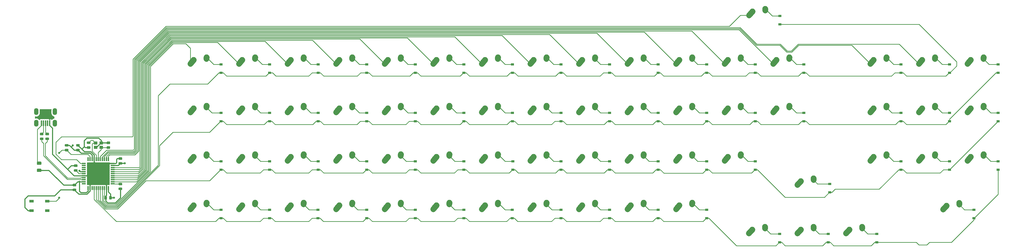
<source format=gbl>
G04 #@! TF.GenerationSoftware,KiCad,Pcbnew,(5.1.4-0)*
G04 #@! TF.CreationDate,2020-09-11T02:24:06-07:00*
G04 #@! TF.ProjectId,keybored,6b657962-6f72-4656-942e-6b696361645f,rev?*
G04 #@! TF.SameCoordinates,Original*
G04 #@! TF.FileFunction,Copper,L2,Bot*
G04 #@! TF.FilePolarity,Positive*
%FSLAX46Y46*%
G04 Gerber Fmt 4.6, Leading zero omitted, Abs format (unit mm)*
G04 Created by KiCad (PCBNEW (5.1.4-0)) date 2020-09-11 02:24:06*
%MOMM*%
%LPD*%
G04 APERTURE LIST*
%ADD10C,2.250000*%
%ADD11C,2.250000*%
%ADD12R,1.200000X0.900000*%
%ADD13R,1.400000X1.200000*%
%ADD14O,1.700000X2.700000*%
%ADD15R,0.500000X2.250000*%
%ADD16R,0.550000X1.500000*%
%ADD17R,1.500000X0.550000*%
%ADD18R,1.800000X1.100000*%
%ADD19C,0.100000*%
%ADD20C,0.975000*%
%ADD21C,1.250000*%
%ADD22C,0.800000*%
%ADD23C,0.381000*%
%ADD24C,0.254000*%
G04 APERTURE END LIST*
D10*
X468035000Y-218758000D03*
X467380001Y-219488000D03*
D11*
X466725000Y-220218000D02*
X468035002Y-218758000D01*
D10*
X473075000Y-217678000D03*
X473055000Y-217968000D03*
D11*
X473035000Y-218258000D02*
X473075000Y-217678000D01*
D10*
X391941000Y-142431000D03*
X391286001Y-143161000D03*
D11*
X390631000Y-143891000D02*
X391941002Y-142431000D01*
D10*
X396981000Y-141351000D03*
X396961000Y-141641000D03*
D11*
X396941000Y-141931000D02*
X396981000Y-141351000D01*
D12*
X488315000Y-201296000D03*
X488315000Y-204596000D03*
D10*
X482580000Y-198791000D03*
D11*
X482560000Y-199081000D02*
X482600000Y-198501000D01*
D10*
X482600000Y-198501000D03*
X476905001Y-200311000D03*
D11*
X476250000Y-201041000D02*
X477560002Y-199581000D01*
D10*
X477560000Y-199581000D03*
X482580000Y-179741000D03*
D11*
X482560000Y-180031000D02*
X482600000Y-179451000D01*
D10*
X482600000Y-179451000D03*
X476905001Y-181261000D03*
D11*
X476250000Y-181991000D02*
X477560002Y-180531000D01*
D10*
X477560000Y-180531000D03*
X482580000Y-160691000D03*
D11*
X482560000Y-160981000D02*
X482600000Y-160401000D01*
D10*
X482600000Y-160401000D03*
X476905001Y-162211000D03*
D11*
X476250000Y-162941000D02*
X477560002Y-161481000D01*
D10*
X477560000Y-161481000D03*
X349230000Y-217841000D03*
D11*
X349210000Y-218131000D02*
X349250000Y-217551000D01*
D10*
X349250000Y-217551000D03*
X343555001Y-219361000D03*
D11*
X342900000Y-220091000D02*
X344210002Y-218631000D01*
D10*
X344210000Y-218631000D03*
X330180000Y-217841000D03*
D11*
X330160000Y-218131000D02*
X330200000Y-217551000D01*
D10*
X330200000Y-217551000D03*
X324505001Y-219361000D03*
D11*
X323850000Y-220091000D02*
X325160002Y-218631000D01*
D10*
X325160000Y-218631000D03*
X311130000Y-217841000D03*
D11*
X311110000Y-218131000D02*
X311150000Y-217551000D01*
D10*
X311150000Y-217551000D03*
X305455001Y-219361000D03*
D11*
X304800000Y-220091000D02*
X306110002Y-218631000D01*
D10*
X306110000Y-218631000D03*
X292080000Y-217841000D03*
D11*
X292060000Y-218131000D02*
X292100000Y-217551000D01*
D10*
X292100000Y-217551000D03*
X286405001Y-219361000D03*
D11*
X285750000Y-220091000D02*
X287060002Y-218631000D01*
D10*
X287060000Y-218631000D03*
X273030000Y-217841000D03*
D11*
X273010000Y-218131000D02*
X273050000Y-217551000D01*
D10*
X273050000Y-217551000D03*
X267355001Y-219361000D03*
D11*
X266700000Y-220091000D02*
X268010002Y-218631000D01*
D10*
X268010000Y-218631000D03*
X253980000Y-217841000D03*
D11*
X253960000Y-218131000D02*
X254000000Y-217551000D01*
D10*
X254000000Y-217551000D03*
X248305001Y-219361000D03*
D11*
X247650000Y-220091000D02*
X248960002Y-218631000D01*
D10*
X248960000Y-218631000D03*
X234930000Y-217841000D03*
D11*
X234910000Y-218131000D02*
X234950000Y-217551000D01*
D10*
X234950000Y-217551000D03*
X229255001Y-219361000D03*
D11*
X228600000Y-220091000D02*
X229910002Y-218631000D01*
D10*
X229910000Y-218631000D03*
X215880000Y-217841000D03*
D11*
X215860000Y-218131000D02*
X215900000Y-217551000D01*
D10*
X215900000Y-217551000D03*
X210205001Y-219361000D03*
D11*
X209550000Y-220091000D02*
X210860002Y-218631000D01*
D10*
X210860000Y-218631000D03*
X196830000Y-217841000D03*
D11*
X196810000Y-218131000D02*
X196850000Y-217551000D01*
D10*
X196850000Y-217551000D03*
X191155001Y-219361000D03*
D11*
X190500000Y-220091000D02*
X191810002Y-218631000D01*
D10*
X191810000Y-218631000D03*
X434955000Y-227366000D03*
D11*
X434935000Y-227656000D02*
X434975000Y-227076000D01*
D10*
X434975000Y-227076000D03*
X429280001Y-228886000D03*
D11*
X428625000Y-229616000D02*
X429935002Y-228156000D01*
D10*
X429935000Y-228156000D03*
X415905000Y-227366000D03*
D11*
X415885000Y-227656000D02*
X415925000Y-227076000D01*
D10*
X415925000Y-227076000D03*
X410230001Y-228886000D03*
D11*
X409575000Y-229616000D02*
X410885002Y-228156000D01*
D10*
X410885000Y-228156000D03*
X396855000Y-227366000D03*
D11*
X396835000Y-227656000D02*
X396875000Y-227076000D01*
D10*
X396875000Y-227076000D03*
X391180001Y-228886000D03*
D11*
X390525000Y-229616000D02*
X391835002Y-228156000D01*
D10*
X391835000Y-228156000D03*
X368280000Y-217841000D03*
D11*
X368260000Y-218131000D02*
X368300000Y-217551000D01*
D10*
X368300000Y-217551000D03*
X362605001Y-219361000D03*
D11*
X361950000Y-220091000D02*
X363260002Y-218631000D01*
D10*
X363260000Y-218631000D03*
X177780000Y-217841000D03*
D11*
X177760000Y-218131000D02*
X177800000Y-217551000D01*
D10*
X177800000Y-217551000D03*
X172105001Y-219361000D03*
D11*
X171450000Y-220091000D02*
X172760002Y-218631000D01*
D10*
X172760000Y-218631000D03*
X349230000Y-198791000D03*
D11*
X349210000Y-199081000D02*
X349250000Y-198501000D01*
D10*
X349250000Y-198501000D03*
X343555001Y-200311000D03*
D11*
X342900000Y-201041000D02*
X344210002Y-199581000D01*
D10*
X344210000Y-199581000D03*
X330180000Y-198791000D03*
D11*
X330160000Y-199081000D02*
X330200000Y-198501000D01*
D10*
X330200000Y-198501000D03*
X324505001Y-200311000D03*
D11*
X323850000Y-201041000D02*
X325160002Y-199581000D01*
D10*
X325160000Y-199581000D03*
X311130000Y-198791000D03*
D11*
X311110000Y-199081000D02*
X311150000Y-198501000D01*
D10*
X311150000Y-198501000D03*
X305455001Y-200311000D03*
D11*
X304800000Y-201041000D02*
X306110002Y-199581000D01*
D10*
X306110000Y-199581000D03*
X292080000Y-198791000D03*
D11*
X292060000Y-199081000D02*
X292100000Y-198501000D01*
D10*
X292100000Y-198501000D03*
X286405001Y-200311000D03*
D11*
X285750000Y-201041000D02*
X287060002Y-199581000D01*
D10*
X287060000Y-199581000D03*
X273030000Y-198791000D03*
D11*
X273010000Y-199081000D02*
X273050000Y-198501000D01*
D10*
X273050000Y-198501000D03*
X267355001Y-200311000D03*
D11*
X266700000Y-201041000D02*
X268010002Y-199581000D01*
D10*
X268010000Y-199581000D03*
X253980000Y-198791000D03*
D11*
X253960000Y-199081000D02*
X254000000Y-198501000D01*
D10*
X254000000Y-198501000D03*
X248305001Y-200311000D03*
D11*
X247650000Y-201041000D02*
X248960002Y-199581000D01*
D10*
X248960000Y-199581000D03*
X234930000Y-198791000D03*
D11*
X234910000Y-199081000D02*
X234950000Y-198501000D01*
D10*
X234950000Y-198501000D03*
X229255001Y-200311000D03*
D11*
X228600000Y-201041000D02*
X229910002Y-199581000D01*
D10*
X229910000Y-199581000D03*
X215880000Y-198791000D03*
D11*
X215860000Y-199081000D02*
X215900000Y-198501000D01*
D10*
X215900000Y-198501000D03*
X210205001Y-200311000D03*
D11*
X209550000Y-201041000D02*
X210860002Y-199581000D01*
D10*
X210860000Y-199581000D03*
X196830000Y-198791000D03*
D11*
X196810000Y-199081000D02*
X196850000Y-198501000D01*
D10*
X196850000Y-198501000D03*
X191155001Y-200311000D03*
D11*
X190500000Y-201041000D02*
X191810002Y-199581000D01*
D10*
X191810000Y-199581000D03*
X463530000Y-198791000D03*
D11*
X463510000Y-199081000D02*
X463550000Y-198501000D01*
D10*
X463550000Y-198501000D03*
X457855001Y-200311000D03*
D11*
X457200000Y-201041000D02*
X458510002Y-199581000D01*
D10*
X458510000Y-199581000D03*
X444480000Y-198791000D03*
D11*
X444460000Y-199081000D02*
X444500000Y-198501000D01*
D10*
X444500000Y-198501000D03*
X438805001Y-200311000D03*
D11*
X438150000Y-201041000D02*
X439460002Y-199581000D01*
D10*
X439460000Y-199581000D03*
X415905000Y-208316000D03*
D11*
X415885000Y-208606000D02*
X415925000Y-208026000D01*
D10*
X415925000Y-208026000D03*
X410230001Y-209836000D03*
D11*
X409575000Y-210566000D02*
X410885002Y-209106000D01*
D10*
X410885000Y-209106000D03*
X387330000Y-198791000D03*
D11*
X387310000Y-199081000D02*
X387350000Y-198501000D01*
D10*
X387350000Y-198501000D03*
X381655001Y-200311000D03*
D11*
X381000000Y-201041000D02*
X382310002Y-199581000D01*
D10*
X382310000Y-199581000D03*
X368280000Y-198791000D03*
D11*
X368260000Y-199081000D02*
X368300000Y-198501000D01*
D10*
X368300000Y-198501000D03*
X362605001Y-200311000D03*
D11*
X361950000Y-201041000D02*
X363260002Y-199581000D01*
D10*
X363260000Y-199581000D03*
X177780000Y-198791000D03*
D11*
X177760000Y-199081000D02*
X177800000Y-198501000D01*
D10*
X177800000Y-198501000D03*
X172105001Y-200311000D03*
D11*
X171450000Y-201041000D02*
X172760002Y-199581000D01*
D10*
X172760000Y-199581000D03*
X349230000Y-179741000D03*
D11*
X349210000Y-180031000D02*
X349250000Y-179451000D01*
D10*
X349250000Y-179451000D03*
X343555001Y-181261000D03*
D11*
X342900000Y-181991000D02*
X344210002Y-180531000D01*
D10*
X344210000Y-180531000D03*
X330180000Y-179741000D03*
D11*
X330160000Y-180031000D02*
X330200000Y-179451000D01*
D10*
X330200000Y-179451000D03*
X324505001Y-181261000D03*
D11*
X323850000Y-181991000D02*
X325160002Y-180531000D01*
D10*
X325160000Y-180531000D03*
X311130000Y-179741000D03*
D11*
X311110000Y-180031000D02*
X311150000Y-179451000D01*
D10*
X311150000Y-179451000D03*
X305455001Y-181261000D03*
D11*
X304800000Y-181991000D02*
X306110002Y-180531000D01*
D10*
X306110000Y-180531000D03*
X292080000Y-179741000D03*
D11*
X292060000Y-180031000D02*
X292100000Y-179451000D01*
D10*
X292100000Y-179451000D03*
X286405001Y-181261000D03*
D11*
X285750000Y-181991000D02*
X287060002Y-180531000D01*
D10*
X287060000Y-180531000D03*
X273030000Y-179741000D03*
D11*
X273010000Y-180031000D02*
X273050000Y-179451000D01*
D10*
X273050000Y-179451000D03*
X267355001Y-181261000D03*
D11*
X266700000Y-181991000D02*
X268010002Y-180531000D01*
D10*
X268010000Y-180531000D03*
X253980000Y-179741000D03*
D11*
X253960000Y-180031000D02*
X254000000Y-179451000D01*
D10*
X254000000Y-179451000D03*
X248305001Y-181261000D03*
D11*
X247650000Y-181991000D02*
X248960002Y-180531000D01*
D10*
X248960000Y-180531000D03*
X234930000Y-179741000D03*
D11*
X234910000Y-180031000D02*
X234950000Y-179451000D01*
D10*
X234950000Y-179451000D03*
X229255001Y-181261000D03*
D11*
X228600000Y-181991000D02*
X229910002Y-180531000D01*
D10*
X229910000Y-180531000D03*
X215880000Y-179741000D03*
D11*
X215860000Y-180031000D02*
X215900000Y-179451000D01*
D10*
X215900000Y-179451000D03*
X210205001Y-181261000D03*
D11*
X209550000Y-181991000D02*
X210860002Y-180531000D01*
D10*
X210860000Y-180531000D03*
X196830000Y-179741000D03*
D11*
X196810000Y-180031000D02*
X196850000Y-179451000D01*
D10*
X196850000Y-179451000D03*
X191155001Y-181261000D03*
D11*
X190500000Y-181991000D02*
X191810002Y-180531000D01*
D10*
X191810000Y-180531000D03*
X463530000Y-179741000D03*
D11*
X463510000Y-180031000D02*
X463550000Y-179451000D01*
D10*
X463550000Y-179451000D03*
X457855001Y-181261000D03*
D11*
X457200000Y-181991000D02*
X458510002Y-180531000D01*
D10*
X458510000Y-180531000D03*
X444480000Y-179741000D03*
D11*
X444460000Y-180031000D02*
X444500000Y-179451000D01*
D10*
X444500000Y-179451000D03*
X438805001Y-181261000D03*
D11*
X438150000Y-181991000D02*
X439460002Y-180531000D01*
D10*
X439460000Y-180531000D03*
X406380000Y-179741000D03*
D11*
X406360000Y-180031000D02*
X406400000Y-179451000D01*
D10*
X406400000Y-179451000D03*
X400705001Y-181261000D03*
D11*
X400050000Y-181991000D02*
X401360002Y-180531000D01*
D10*
X401360000Y-180531000D03*
X387330000Y-179741000D03*
D11*
X387310000Y-180031000D02*
X387350000Y-179451000D01*
D10*
X387350000Y-179451000D03*
X381655001Y-181261000D03*
D11*
X381000000Y-181991000D02*
X382310002Y-180531000D01*
D10*
X382310000Y-180531000D03*
X368280000Y-179741000D03*
D11*
X368260000Y-180031000D02*
X368300000Y-179451000D01*
D10*
X368300000Y-179451000D03*
X362605001Y-181261000D03*
D11*
X361950000Y-181991000D02*
X363260002Y-180531000D01*
D10*
X363260000Y-180531000D03*
X177780000Y-179741000D03*
D11*
X177760000Y-180031000D02*
X177800000Y-179451000D01*
D10*
X177800000Y-179451000D03*
X172105001Y-181261000D03*
D11*
X171450000Y-181991000D02*
X172760002Y-180531000D01*
D10*
X172760000Y-180531000D03*
X349230000Y-160691000D03*
D11*
X349210000Y-160981000D02*
X349250000Y-160401000D01*
D10*
X349250000Y-160401000D03*
X343555001Y-162211000D03*
D11*
X342900000Y-162941000D02*
X344210002Y-161481000D01*
D10*
X344210000Y-161481000D03*
X330180000Y-160691000D03*
D11*
X330160000Y-160981000D02*
X330200000Y-160401000D01*
D10*
X330200000Y-160401000D03*
X324505001Y-162211000D03*
D11*
X323850000Y-162941000D02*
X325160002Y-161481000D01*
D10*
X325160000Y-161481000D03*
X311130000Y-160691000D03*
D11*
X311110000Y-160981000D02*
X311150000Y-160401000D01*
D10*
X311150000Y-160401000D03*
X305455001Y-162211000D03*
D11*
X304800000Y-162941000D02*
X306110002Y-161481000D01*
D10*
X306110000Y-161481000D03*
X292080000Y-160691000D03*
D11*
X292060000Y-160981000D02*
X292100000Y-160401000D01*
D10*
X292100000Y-160401000D03*
X286405001Y-162211000D03*
D11*
X285750000Y-162941000D02*
X287060002Y-161481000D01*
D10*
X287060000Y-161481000D03*
X273030000Y-160691000D03*
D11*
X273010000Y-160981000D02*
X273050000Y-160401000D01*
D10*
X273050000Y-160401000D03*
X267355001Y-162211000D03*
D11*
X266700000Y-162941000D02*
X268010002Y-161481000D01*
D10*
X268010000Y-161481000D03*
X253980000Y-160691000D03*
D11*
X253960000Y-160981000D02*
X254000000Y-160401000D01*
D10*
X254000000Y-160401000D03*
X248305001Y-162211000D03*
D11*
X247650000Y-162941000D02*
X248960002Y-161481000D01*
D10*
X248960000Y-161481000D03*
X234930000Y-160691000D03*
D11*
X234910000Y-160981000D02*
X234950000Y-160401000D01*
D10*
X234950000Y-160401000D03*
X229255001Y-162211000D03*
D11*
X228600000Y-162941000D02*
X229910002Y-161481000D01*
D10*
X229910000Y-161481000D03*
X215880000Y-160691000D03*
D11*
X215860000Y-160981000D02*
X215900000Y-160401000D01*
D10*
X215900000Y-160401000D03*
X210205001Y-162211000D03*
D11*
X209550000Y-162941000D02*
X210860002Y-161481000D01*
D10*
X210860000Y-161481000D03*
X196830000Y-160691000D03*
D11*
X196810000Y-160981000D02*
X196850000Y-160401000D01*
D10*
X196850000Y-160401000D03*
X191155001Y-162211000D03*
D11*
X190500000Y-162941000D02*
X191810002Y-161481000D01*
D10*
X191810000Y-161481000D03*
X463530000Y-160691000D03*
D11*
X463510000Y-160981000D02*
X463550000Y-160401000D01*
D10*
X463550000Y-160401000D03*
X457855001Y-162211000D03*
D11*
X457200000Y-162941000D02*
X458510002Y-161481000D01*
D10*
X458510000Y-161481000D03*
X444480000Y-160691000D03*
D11*
X444460000Y-160981000D02*
X444500000Y-160401000D01*
D10*
X444500000Y-160401000D03*
X438805001Y-162211000D03*
D11*
X438150000Y-162941000D02*
X439460002Y-161481000D01*
D10*
X439460000Y-161481000D03*
X406380000Y-160691000D03*
D11*
X406360000Y-160981000D02*
X406400000Y-160401000D01*
D10*
X406400000Y-160401000D03*
X400705001Y-162211000D03*
D11*
X400050000Y-162941000D02*
X401360002Y-161481000D01*
D10*
X401360000Y-161481000D03*
X387330000Y-160691000D03*
D11*
X387310000Y-160981000D02*
X387350000Y-160401000D01*
D10*
X387350000Y-160401000D03*
X381655001Y-162211000D03*
D11*
X381000000Y-162941000D02*
X382310002Y-161481000D01*
D10*
X382310000Y-161481000D03*
X368280000Y-160691000D03*
D11*
X368260000Y-160981000D02*
X368300000Y-160401000D01*
D10*
X368300000Y-160401000D03*
X362605001Y-162211000D03*
D11*
X361950000Y-162941000D02*
X363260002Y-161481000D01*
D10*
X363260000Y-161481000D03*
X177780000Y-160691000D03*
D11*
X177760000Y-160981000D02*
X177800000Y-160401000D01*
D10*
X177800000Y-160401000D03*
X172105001Y-162211000D03*
D11*
X171450000Y-162941000D02*
X172760002Y-161481000D01*
D10*
X172760000Y-161481000D03*
D12*
X478790000Y-220346000D03*
X478790000Y-223646000D03*
X440690000Y-229871000D03*
X440690000Y-233171000D03*
X421640000Y-229871000D03*
X421640000Y-233171000D03*
X402590000Y-229871000D03*
X402590000Y-233171000D03*
X374015000Y-220346000D03*
X374015000Y-223646000D03*
X354965000Y-220346000D03*
X354965000Y-223646000D03*
X335915000Y-220346000D03*
X335915000Y-223646000D03*
X316865000Y-220346000D03*
X316865000Y-223646000D03*
X297688000Y-220346000D03*
X297688000Y-223646000D03*
X278765000Y-220346000D03*
X278765000Y-223646000D03*
X259715000Y-220346000D03*
X259715000Y-223646000D03*
X240665000Y-220346000D03*
X240665000Y-223646000D03*
X221488000Y-220346000D03*
X221488000Y-223646000D03*
X202565000Y-220346000D03*
X202565000Y-223646000D03*
X183515000Y-220346000D03*
X183515000Y-223646000D03*
X488315000Y-182246000D03*
X488315000Y-185546000D03*
X469265000Y-201296000D03*
X469265000Y-204596000D03*
X450215000Y-201296000D03*
X450215000Y-204596000D03*
X422275000Y-210186000D03*
X422275000Y-213486000D03*
X393065000Y-201296000D03*
X393065000Y-204596000D03*
X374015000Y-201296000D03*
X374015000Y-204596000D03*
X354965000Y-201296000D03*
X354965000Y-204596000D03*
X335915000Y-201296000D03*
X335915000Y-204596000D03*
X316865000Y-201296000D03*
X316865000Y-204596000D03*
X297942000Y-201296000D03*
X297942000Y-204596000D03*
X278765000Y-201296000D03*
X278765000Y-204596000D03*
X259715000Y-201296000D03*
X259715000Y-204596000D03*
X240665000Y-201296000D03*
X240665000Y-204596000D03*
X221615000Y-201296000D03*
X221615000Y-204596000D03*
X202565000Y-201296000D03*
X202565000Y-204596000D03*
X183515000Y-201296000D03*
X183515000Y-204596000D03*
X488315000Y-163196000D03*
X488315000Y-166496000D03*
X469265000Y-182246000D03*
X469265000Y-185546000D03*
X450215000Y-182246000D03*
X450215000Y-185546000D03*
X412115000Y-182246000D03*
X412115000Y-185546000D03*
X393065000Y-182246000D03*
X393065000Y-185546000D03*
X374015000Y-182246000D03*
X374015000Y-185546000D03*
X354965000Y-182246000D03*
X354965000Y-185546000D03*
X335915000Y-182246000D03*
X335915000Y-185546000D03*
X316865000Y-182246000D03*
X316865000Y-185546000D03*
X297815000Y-182246000D03*
X297815000Y-185546000D03*
X278765000Y-182246000D03*
X278765000Y-185546000D03*
X259715000Y-182246000D03*
X259715000Y-185546000D03*
X240665000Y-182246000D03*
X240665000Y-185546000D03*
X221615000Y-182246000D03*
X221615000Y-185546000D03*
X202565000Y-182246000D03*
X202565000Y-185546000D03*
X183515000Y-182246000D03*
X183515000Y-185546000D03*
X402717000Y-144146000D03*
X402717000Y-147446000D03*
X469265000Y-163196000D03*
X469265000Y-166496000D03*
X450215000Y-163196000D03*
X450215000Y-166496000D03*
X412115000Y-163196000D03*
X412115000Y-166496000D03*
X393065000Y-163196000D03*
X393065000Y-166496000D03*
X374015000Y-163196000D03*
X374015000Y-166496000D03*
X354965000Y-163196000D03*
X354965000Y-166496000D03*
X335915000Y-163196000D03*
X335915000Y-166496000D03*
X316865000Y-163196000D03*
X316865000Y-166496000D03*
X297815000Y-163196000D03*
X297815000Y-166496000D03*
X278765000Y-163196000D03*
X278765000Y-166496000D03*
X259715000Y-163196000D03*
X259715000Y-166496000D03*
X240665000Y-163196000D03*
X240665000Y-166496000D03*
X221615000Y-163196000D03*
X221615000Y-166496000D03*
X202565000Y-163196000D03*
X202565000Y-166496000D03*
X183515000Y-163196000D03*
X183515000Y-166496000D03*
D13*
X136513750Y-194126750D03*
X134313750Y-194126750D03*
X134313750Y-195826750D03*
X136513750Y-195826750D03*
D14*
X110999250Y-181800500D03*
X118299250Y-181800500D03*
X118299250Y-186300500D03*
X110999250Y-186300500D03*
D15*
X113049250Y-186300500D03*
X113849250Y-186300500D03*
X114649250Y-186300500D03*
X115449250Y-186300500D03*
X116249250Y-186300500D03*
D16*
X131318500Y-211852750D03*
X132118500Y-211852750D03*
X132918500Y-211852750D03*
X133718500Y-211852750D03*
X134518500Y-211852750D03*
X135318500Y-211852750D03*
X136118500Y-211852750D03*
X136918500Y-211852750D03*
X137718500Y-211852750D03*
X138518500Y-211852750D03*
X139318500Y-211852750D03*
D17*
X141018500Y-210152750D03*
X141018500Y-209352750D03*
X141018500Y-208552750D03*
X141018500Y-207752750D03*
X141018500Y-206952750D03*
X141018500Y-206152750D03*
X141018500Y-205352750D03*
X141018500Y-204552750D03*
X141018500Y-203752750D03*
X141018500Y-202952750D03*
X141018500Y-202152750D03*
D16*
X139318500Y-200452750D03*
X138518500Y-200452750D03*
X137718500Y-200452750D03*
X136918500Y-200452750D03*
X136118500Y-200452750D03*
X135318500Y-200452750D03*
X134518500Y-200452750D03*
X133718500Y-200452750D03*
X132918500Y-200452750D03*
X132118500Y-200452750D03*
X131318500Y-200452750D03*
D17*
X129618500Y-202152750D03*
X129618500Y-202952750D03*
X129618500Y-203752750D03*
X129618500Y-204552750D03*
X129618500Y-205352750D03*
X129618500Y-206152750D03*
X129618500Y-206952750D03*
X129618500Y-207752750D03*
X129618500Y-208552750D03*
X129618500Y-209352750D03*
X129618500Y-210152750D03*
D18*
X109168000Y-220671000D03*
X115368000Y-216971000D03*
X109168000Y-216971000D03*
X115368000Y-220671000D03*
D19*
G36*
X144498142Y-209745424D02*
G01*
X144521803Y-209748934D01*
X144545007Y-209754746D01*
X144567529Y-209762804D01*
X144589153Y-209773032D01*
X144609670Y-209785329D01*
X144628883Y-209799579D01*
X144646607Y-209815643D01*
X144662671Y-209833367D01*
X144676921Y-209852580D01*
X144689218Y-209873097D01*
X144699446Y-209894721D01*
X144707504Y-209917243D01*
X144713316Y-209940447D01*
X144716826Y-209964108D01*
X144718000Y-209988000D01*
X144718000Y-210475500D01*
X144716826Y-210499392D01*
X144713316Y-210523053D01*
X144707504Y-210546257D01*
X144699446Y-210568779D01*
X144689218Y-210590403D01*
X144676921Y-210610920D01*
X144662671Y-210630133D01*
X144646607Y-210647857D01*
X144628883Y-210663921D01*
X144609670Y-210678171D01*
X144589153Y-210690468D01*
X144567529Y-210700696D01*
X144545007Y-210708754D01*
X144521803Y-210714566D01*
X144498142Y-210718076D01*
X144474250Y-210719250D01*
X143561750Y-210719250D01*
X143537858Y-210718076D01*
X143514197Y-210714566D01*
X143490993Y-210708754D01*
X143468471Y-210700696D01*
X143446847Y-210690468D01*
X143426330Y-210678171D01*
X143407117Y-210663921D01*
X143389393Y-210647857D01*
X143373329Y-210630133D01*
X143359079Y-210610920D01*
X143346782Y-210590403D01*
X143336554Y-210568779D01*
X143328496Y-210546257D01*
X143322684Y-210523053D01*
X143319174Y-210499392D01*
X143318000Y-210475500D01*
X143318000Y-209988000D01*
X143319174Y-209964108D01*
X143322684Y-209940447D01*
X143328496Y-209917243D01*
X143336554Y-209894721D01*
X143346782Y-209873097D01*
X143359079Y-209852580D01*
X143373329Y-209833367D01*
X143389393Y-209815643D01*
X143407117Y-209799579D01*
X143426330Y-209785329D01*
X143446847Y-209773032D01*
X143468471Y-209762804D01*
X143490993Y-209754746D01*
X143514197Y-209748934D01*
X143537858Y-209745424D01*
X143561750Y-209744250D01*
X144474250Y-209744250D01*
X144498142Y-209745424D01*
X144498142Y-209745424D01*
G37*
D20*
X144018000Y-210231750D03*
D19*
G36*
X144498142Y-211620424D02*
G01*
X144521803Y-211623934D01*
X144545007Y-211629746D01*
X144567529Y-211637804D01*
X144589153Y-211648032D01*
X144609670Y-211660329D01*
X144628883Y-211674579D01*
X144646607Y-211690643D01*
X144662671Y-211708367D01*
X144676921Y-211727580D01*
X144689218Y-211748097D01*
X144699446Y-211769721D01*
X144707504Y-211792243D01*
X144713316Y-211815447D01*
X144716826Y-211839108D01*
X144718000Y-211863000D01*
X144718000Y-212350500D01*
X144716826Y-212374392D01*
X144713316Y-212398053D01*
X144707504Y-212421257D01*
X144699446Y-212443779D01*
X144689218Y-212465403D01*
X144676921Y-212485920D01*
X144662671Y-212505133D01*
X144646607Y-212522857D01*
X144628883Y-212538921D01*
X144609670Y-212553171D01*
X144589153Y-212565468D01*
X144567529Y-212575696D01*
X144545007Y-212583754D01*
X144521803Y-212589566D01*
X144498142Y-212593076D01*
X144474250Y-212594250D01*
X143561750Y-212594250D01*
X143537858Y-212593076D01*
X143514197Y-212589566D01*
X143490993Y-212583754D01*
X143468471Y-212575696D01*
X143446847Y-212565468D01*
X143426330Y-212553171D01*
X143407117Y-212538921D01*
X143389393Y-212522857D01*
X143373329Y-212505133D01*
X143359079Y-212485920D01*
X143346782Y-212465403D01*
X143336554Y-212443779D01*
X143328496Y-212421257D01*
X143322684Y-212398053D01*
X143319174Y-212374392D01*
X143318000Y-212350500D01*
X143318000Y-211863000D01*
X143319174Y-211839108D01*
X143322684Y-211815447D01*
X143328496Y-211792243D01*
X143336554Y-211769721D01*
X143346782Y-211748097D01*
X143359079Y-211727580D01*
X143373329Y-211708367D01*
X143389393Y-211690643D01*
X143407117Y-211674579D01*
X143426330Y-211660329D01*
X143446847Y-211648032D01*
X143468471Y-211637804D01*
X143490993Y-211629746D01*
X143514197Y-211623934D01*
X143537858Y-211620424D01*
X143561750Y-211619250D01*
X144474250Y-211619250D01*
X144498142Y-211620424D01*
X144498142Y-211620424D01*
G37*
D20*
X144018000Y-212106750D03*
D19*
G36*
X115796142Y-190092174D02*
G01*
X115819803Y-190095684D01*
X115843007Y-190101496D01*
X115865529Y-190109554D01*
X115887153Y-190119782D01*
X115907670Y-190132079D01*
X115926883Y-190146329D01*
X115944607Y-190162393D01*
X115960671Y-190180117D01*
X115974921Y-190199330D01*
X115987218Y-190219847D01*
X115997446Y-190241471D01*
X116005504Y-190263993D01*
X116011316Y-190287197D01*
X116014826Y-190310858D01*
X116016000Y-190334750D01*
X116016000Y-190822250D01*
X116014826Y-190846142D01*
X116011316Y-190869803D01*
X116005504Y-190893007D01*
X115997446Y-190915529D01*
X115987218Y-190937153D01*
X115974921Y-190957670D01*
X115960671Y-190976883D01*
X115944607Y-190994607D01*
X115926883Y-191010671D01*
X115907670Y-191024921D01*
X115887153Y-191037218D01*
X115865529Y-191047446D01*
X115843007Y-191055504D01*
X115819803Y-191061316D01*
X115796142Y-191064826D01*
X115772250Y-191066000D01*
X114859750Y-191066000D01*
X114835858Y-191064826D01*
X114812197Y-191061316D01*
X114788993Y-191055504D01*
X114766471Y-191047446D01*
X114744847Y-191037218D01*
X114724330Y-191024921D01*
X114705117Y-191010671D01*
X114687393Y-190994607D01*
X114671329Y-190976883D01*
X114657079Y-190957670D01*
X114644782Y-190937153D01*
X114634554Y-190915529D01*
X114626496Y-190893007D01*
X114620684Y-190869803D01*
X114617174Y-190846142D01*
X114616000Y-190822250D01*
X114616000Y-190334750D01*
X114617174Y-190310858D01*
X114620684Y-190287197D01*
X114626496Y-190263993D01*
X114634554Y-190241471D01*
X114644782Y-190219847D01*
X114657079Y-190199330D01*
X114671329Y-190180117D01*
X114687393Y-190162393D01*
X114705117Y-190146329D01*
X114724330Y-190132079D01*
X114744847Y-190119782D01*
X114766471Y-190109554D01*
X114788993Y-190101496D01*
X114812197Y-190095684D01*
X114835858Y-190092174D01*
X114859750Y-190091000D01*
X115772250Y-190091000D01*
X115796142Y-190092174D01*
X115796142Y-190092174D01*
G37*
D20*
X115316000Y-190578500D03*
D19*
G36*
X115796142Y-191967174D02*
G01*
X115819803Y-191970684D01*
X115843007Y-191976496D01*
X115865529Y-191984554D01*
X115887153Y-191994782D01*
X115907670Y-192007079D01*
X115926883Y-192021329D01*
X115944607Y-192037393D01*
X115960671Y-192055117D01*
X115974921Y-192074330D01*
X115987218Y-192094847D01*
X115997446Y-192116471D01*
X116005504Y-192138993D01*
X116011316Y-192162197D01*
X116014826Y-192185858D01*
X116016000Y-192209750D01*
X116016000Y-192697250D01*
X116014826Y-192721142D01*
X116011316Y-192744803D01*
X116005504Y-192768007D01*
X115997446Y-192790529D01*
X115987218Y-192812153D01*
X115974921Y-192832670D01*
X115960671Y-192851883D01*
X115944607Y-192869607D01*
X115926883Y-192885671D01*
X115907670Y-192899921D01*
X115887153Y-192912218D01*
X115865529Y-192922446D01*
X115843007Y-192930504D01*
X115819803Y-192936316D01*
X115796142Y-192939826D01*
X115772250Y-192941000D01*
X114859750Y-192941000D01*
X114835858Y-192939826D01*
X114812197Y-192936316D01*
X114788993Y-192930504D01*
X114766471Y-192922446D01*
X114744847Y-192912218D01*
X114724330Y-192899921D01*
X114705117Y-192885671D01*
X114687393Y-192869607D01*
X114671329Y-192851883D01*
X114657079Y-192832670D01*
X114644782Y-192812153D01*
X114634554Y-192790529D01*
X114626496Y-192768007D01*
X114620684Y-192744803D01*
X114617174Y-192721142D01*
X114616000Y-192697250D01*
X114616000Y-192209750D01*
X114617174Y-192185858D01*
X114620684Y-192162197D01*
X114626496Y-192138993D01*
X114634554Y-192116471D01*
X114644782Y-192094847D01*
X114657079Y-192074330D01*
X114671329Y-192055117D01*
X114687393Y-192037393D01*
X114705117Y-192021329D01*
X114724330Y-192007079D01*
X114744847Y-191994782D01*
X114766471Y-191984554D01*
X114788993Y-191976496D01*
X114812197Y-191970684D01*
X114835858Y-191967174D01*
X114859750Y-191966000D01*
X115772250Y-191966000D01*
X115796142Y-191967174D01*
X115796142Y-191967174D01*
G37*
D20*
X115316000Y-192453500D03*
D19*
G36*
X123416142Y-196412174D02*
G01*
X123439803Y-196415684D01*
X123463007Y-196421496D01*
X123485529Y-196429554D01*
X123507153Y-196439782D01*
X123527670Y-196452079D01*
X123546883Y-196466329D01*
X123564607Y-196482393D01*
X123580671Y-196500117D01*
X123594921Y-196519330D01*
X123607218Y-196539847D01*
X123617446Y-196561471D01*
X123625504Y-196583993D01*
X123631316Y-196607197D01*
X123634826Y-196630858D01*
X123636000Y-196654750D01*
X123636000Y-197142250D01*
X123634826Y-197166142D01*
X123631316Y-197189803D01*
X123625504Y-197213007D01*
X123617446Y-197235529D01*
X123607218Y-197257153D01*
X123594921Y-197277670D01*
X123580671Y-197296883D01*
X123564607Y-197314607D01*
X123546883Y-197330671D01*
X123527670Y-197344921D01*
X123507153Y-197357218D01*
X123485529Y-197367446D01*
X123463007Y-197375504D01*
X123439803Y-197381316D01*
X123416142Y-197384826D01*
X123392250Y-197386000D01*
X122479750Y-197386000D01*
X122455858Y-197384826D01*
X122432197Y-197381316D01*
X122408993Y-197375504D01*
X122386471Y-197367446D01*
X122364847Y-197357218D01*
X122344330Y-197344921D01*
X122325117Y-197330671D01*
X122307393Y-197314607D01*
X122291329Y-197296883D01*
X122277079Y-197277670D01*
X122264782Y-197257153D01*
X122254554Y-197235529D01*
X122246496Y-197213007D01*
X122240684Y-197189803D01*
X122237174Y-197166142D01*
X122236000Y-197142250D01*
X122236000Y-196654750D01*
X122237174Y-196630858D01*
X122240684Y-196607197D01*
X122246496Y-196583993D01*
X122254554Y-196561471D01*
X122264782Y-196539847D01*
X122277079Y-196519330D01*
X122291329Y-196500117D01*
X122307393Y-196482393D01*
X122325117Y-196466329D01*
X122344330Y-196452079D01*
X122364847Y-196439782D01*
X122386471Y-196429554D01*
X122408993Y-196421496D01*
X122432197Y-196415684D01*
X122455858Y-196412174D01*
X122479750Y-196411000D01*
X123392250Y-196411000D01*
X123416142Y-196412174D01*
X123416142Y-196412174D01*
G37*
D20*
X122936000Y-196898500D03*
D19*
G36*
X123416142Y-194537174D02*
G01*
X123439803Y-194540684D01*
X123463007Y-194546496D01*
X123485529Y-194554554D01*
X123507153Y-194564782D01*
X123527670Y-194577079D01*
X123546883Y-194591329D01*
X123564607Y-194607393D01*
X123580671Y-194625117D01*
X123594921Y-194644330D01*
X123607218Y-194664847D01*
X123617446Y-194686471D01*
X123625504Y-194708993D01*
X123631316Y-194732197D01*
X123634826Y-194755858D01*
X123636000Y-194779750D01*
X123636000Y-195267250D01*
X123634826Y-195291142D01*
X123631316Y-195314803D01*
X123625504Y-195338007D01*
X123617446Y-195360529D01*
X123607218Y-195382153D01*
X123594921Y-195402670D01*
X123580671Y-195421883D01*
X123564607Y-195439607D01*
X123546883Y-195455671D01*
X123527670Y-195469921D01*
X123507153Y-195482218D01*
X123485529Y-195492446D01*
X123463007Y-195500504D01*
X123439803Y-195506316D01*
X123416142Y-195509826D01*
X123392250Y-195511000D01*
X122479750Y-195511000D01*
X122455858Y-195509826D01*
X122432197Y-195506316D01*
X122408993Y-195500504D01*
X122386471Y-195492446D01*
X122364847Y-195482218D01*
X122344330Y-195469921D01*
X122325117Y-195455671D01*
X122307393Y-195439607D01*
X122291329Y-195421883D01*
X122277079Y-195402670D01*
X122264782Y-195382153D01*
X122254554Y-195360529D01*
X122246496Y-195338007D01*
X122240684Y-195314803D01*
X122237174Y-195291142D01*
X122236000Y-195267250D01*
X122236000Y-194779750D01*
X122237174Y-194755858D01*
X122240684Y-194732197D01*
X122246496Y-194708993D01*
X122254554Y-194686471D01*
X122264782Y-194664847D01*
X122277079Y-194644330D01*
X122291329Y-194625117D01*
X122307393Y-194607393D01*
X122325117Y-194591329D01*
X122344330Y-194577079D01*
X122364847Y-194564782D01*
X122386471Y-194554554D01*
X122408993Y-194546496D01*
X122432197Y-194540684D01*
X122455858Y-194537174D01*
X122479750Y-194536000D01*
X123392250Y-194536000D01*
X123416142Y-194537174D01*
X123416142Y-194537174D01*
G37*
D20*
X122936000Y-195023500D03*
D19*
G36*
X113637142Y-190092174D02*
G01*
X113660803Y-190095684D01*
X113684007Y-190101496D01*
X113706529Y-190109554D01*
X113728153Y-190119782D01*
X113748670Y-190132079D01*
X113767883Y-190146329D01*
X113785607Y-190162393D01*
X113801671Y-190180117D01*
X113815921Y-190199330D01*
X113828218Y-190219847D01*
X113838446Y-190241471D01*
X113846504Y-190263993D01*
X113852316Y-190287197D01*
X113855826Y-190310858D01*
X113857000Y-190334750D01*
X113857000Y-190822250D01*
X113855826Y-190846142D01*
X113852316Y-190869803D01*
X113846504Y-190893007D01*
X113838446Y-190915529D01*
X113828218Y-190937153D01*
X113815921Y-190957670D01*
X113801671Y-190976883D01*
X113785607Y-190994607D01*
X113767883Y-191010671D01*
X113748670Y-191024921D01*
X113728153Y-191037218D01*
X113706529Y-191047446D01*
X113684007Y-191055504D01*
X113660803Y-191061316D01*
X113637142Y-191064826D01*
X113613250Y-191066000D01*
X112700750Y-191066000D01*
X112676858Y-191064826D01*
X112653197Y-191061316D01*
X112629993Y-191055504D01*
X112607471Y-191047446D01*
X112585847Y-191037218D01*
X112565330Y-191024921D01*
X112546117Y-191010671D01*
X112528393Y-190994607D01*
X112512329Y-190976883D01*
X112498079Y-190957670D01*
X112485782Y-190937153D01*
X112475554Y-190915529D01*
X112467496Y-190893007D01*
X112461684Y-190869803D01*
X112458174Y-190846142D01*
X112457000Y-190822250D01*
X112457000Y-190334750D01*
X112458174Y-190310858D01*
X112461684Y-190287197D01*
X112467496Y-190263993D01*
X112475554Y-190241471D01*
X112485782Y-190219847D01*
X112498079Y-190199330D01*
X112512329Y-190180117D01*
X112528393Y-190162393D01*
X112546117Y-190146329D01*
X112565330Y-190132079D01*
X112585847Y-190119782D01*
X112607471Y-190109554D01*
X112629993Y-190101496D01*
X112653197Y-190095684D01*
X112676858Y-190092174D01*
X112700750Y-190091000D01*
X113613250Y-190091000D01*
X113637142Y-190092174D01*
X113637142Y-190092174D01*
G37*
D20*
X113157000Y-190578500D03*
D19*
G36*
X113637142Y-191967174D02*
G01*
X113660803Y-191970684D01*
X113684007Y-191976496D01*
X113706529Y-191984554D01*
X113728153Y-191994782D01*
X113748670Y-192007079D01*
X113767883Y-192021329D01*
X113785607Y-192037393D01*
X113801671Y-192055117D01*
X113815921Y-192074330D01*
X113828218Y-192094847D01*
X113838446Y-192116471D01*
X113846504Y-192138993D01*
X113852316Y-192162197D01*
X113855826Y-192185858D01*
X113857000Y-192209750D01*
X113857000Y-192697250D01*
X113855826Y-192721142D01*
X113852316Y-192744803D01*
X113846504Y-192768007D01*
X113838446Y-192790529D01*
X113828218Y-192812153D01*
X113815921Y-192832670D01*
X113801671Y-192851883D01*
X113785607Y-192869607D01*
X113767883Y-192885671D01*
X113748670Y-192899921D01*
X113728153Y-192912218D01*
X113706529Y-192922446D01*
X113684007Y-192930504D01*
X113660803Y-192936316D01*
X113637142Y-192939826D01*
X113613250Y-192941000D01*
X112700750Y-192941000D01*
X112676858Y-192939826D01*
X112653197Y-192936316D01*
X112629993Y-192930504D01*
X112607471Y-192922446D01*
X112585847Y-192912218D01*
X112565330Y-192899921D01*
X112546117Y-192885671D01*
X112528393Y-192869607D01*
X112512329Y-192851883D01*
X112498079Y-192832670D01*
X112485782Y-192812153D01*
X112475554Y-192790529D01*
X112467496Y-192768007D01*
X112461684Y-192744803D01*
X112458174Y-192721142D01*
X112457000Y-192697250D01*
X112457000Y-192209750D01*
X112458174Y-192185858D01*
X112461684Y-192162197D01*
X112467496Y-192138993D01*
X112475554Y-192116471D01*
X112485782Y-192094847D01*
X112498079Y-192074330D01*
X112512329Y-192055117D01*
X112528393Y-192037393D01*
X112546117Y-192021329D01*
X112565330Y-192007079D01*
X112585847Y-191994782D01*
X112607471Y-191984554D01*
X112629993Y-191976496D01*
X112653197Y-191970684D01*
X112676858Y-191967174D01*
X112700750Y-191966000D01*
X113613250Y-191966000D01*
X113637142Y-191967174D01*
X113637142Y-191967174D01*
G37*
D20*
X113157000Y-192453500D03*
D19*
G36*
X112790504Y-201430204D02*
G01*
X112814773Y-201433804D01*
X112838571Y-201439765D01*
X112861671Y-201448030D01*
X112883849Y-201458520D01*
X112904893Y-201471133D01*
X112924598Y-201485747D01*
X112942777Y-201502223D01*
X112959253Y-201520402D01*
X112973867Y-201540107D01*
X112986480Y-201561151D01*
X112996970Y-201583329D01*
X113005235Y-201606429D01*
X113011196Y-201630227D01*
X113014796Y-201654496D01*
X113016000Y-201679000D01*
X113016000Y-202429000D01*
X113014796Y-202453504D01*
X113011196Y-202477773D01*
X113005235Y-202501571D01*
X112996970Y-202524671D01*
X112986480Y-202546849D01*
X112973867Y-202567893D01*
X112959253Y-202587598D01*
X112942777Y-202605777D01*
X112924598Y-202622253D01*
X112904893Y-202636867D01*
X112883849Y-202649480D01*
X112861671Y-202659970D01*
X112838571Y-202668235D01*
X112814773Y-202674196D01*
X112790504Y-202677796D01*
X112766000Y-202679000D01*
X111516000Y-202679000D01*
X111491496Y-202677796D01*
X111467227Y-202674196D01*
X111443429Y-202668235D01*
X111420329Y-202659970D01*
X111398151Y-202649480D01*
X111377107Y-202636867D01*
X111357402Y-202622253D01*
X111339223Y-202605777D01*
X111322747Y-202587598D01*
X111308133Y-202567893D01*
X111295520Y-202546849D01*
X111285030Y-202524671D01*
X111276765Y-202501571D01*
X111270804Y-202477773D01*
X111267204Y-202453504D01*
X111266000Y-202429000D01*
X111266000Y-201679000D01*
X111267204Y-201654496D01*
X111270804Y-201630227D01*
X111276765Y-201606429D01*
X111285030Y-201583329D01*
X111295520Y-201561151D01*
X111308133Y-201540107D01*
X111322747Y-201520402D01*
X111339223Y-201502223D01*
X111357402Y-201485747D01*
X111377107Y-201471133D01*
X111398151Y-201458520D01*
X111420329Y-201448030D01*
X111443429Y-201439765D01*
X111467227Y-201433804D01*
X111491496Y-201430204D01*
X111516000Y-201429000D01*
X112766000Y-201429000D01*
X112790504Y-201430204D01*
X112790504Y-201430204D01*
G37*
D21*
X112141000Y-202054000D03*
D19*
G36*
X112790504Y-204230204D02*
G01*
X112814773Y-204233804D01*
X112838571Y-204239765D01*
X112861671Y-204248030D01*
X112883849Y-204258520D01*
X112904893Y-204271133D01*
X112924598Y-204285747D01*
X112942777Y-204302223D01*
X112959253Y-204320402D01*
X112973867Y-204340107D01*
X112986480Y-204361151D01*
X112996970Y-204383329D01*
X113005235Y-204406429D01*
X113011196Y-204430227D01*
X113014796Y-204454496D01*
X113016000Y-204479000D01*
X113016000Y-205229000D01*
X113014796Y-205253504D01*
X113011196Y-205277773D01*
X113005235Y-205301571D01*
X112996970Y-205324671D01*
X112986480Y-205346849D01*
X112973867Y-205367893D01*
X112959253Y-205387598D01*
X112942777Y-205405777D01*
X112924598Y-205422253D01*
X112904893Y-205436867D01*
X112883849Y-205449480D01*
X112861671Y-205459970D01*
X112838571Y-205468235D01*
X112814773Y-205474196D01*
X112790504Y-205477796D01*
X112766000Y-205479000D01*
X111516000Y-205479000D01*
X111491496Y-205477796D01*
X111467227Y-205474196D01*
X111443429Y-205468235D01*
X111420329Y-205459970D01*
X111398151Y-205449480D01*
X111377107Y-205436867D01*
X111357402Y-205422253D01*
X111339223Y-205405777D01*
X111322747Y-205387598D01*
X111308133Y-205367893D01*
X111295520Y-205346849D01*
X111285030Y-205324671D01*
X111276765Y-205301571D01*
X111270804Y-205277773D01*
X111267204Y-205253504D01*
X111266000Y-205229000D01*
X111266000Y-204479000D01*
X111267204Y-204454496D01*
X111270804Y-204430227D01*
X111276765Y-204406429D01*
X111285030Y-204383329D01*
X111295520Y-204361151D01*
X111308133Y-204340107D01*
X111322747Y-204320402D01*
X111339223Y-204302223D01*
X111357402Y-204285747D01*
X111377107Y-204271133D01*
X111398151Y-204258520D01*
X111420329Y-204248030D01*
X111443429Y-204239765D01*
X111467227Y-204233804D01*
X111491496Y-204230204D01*
X111516000Y-204229000D01*
X112766000Y-204229000D01*
X112790504Y-204230204D01*
X112790504Y-204230204D01*
G37*
D21*
X112141000Y-204854000D03*
D19*
G36*
X126464142Y-212033174D02*
G01*
X126487803Y-212036684D01*
X126511007Y-212042496D01*
X126533529Y-212050554D01*
X126555153Y-212060782D01*
X126575670Y-212073079D01*
X126594883Y-212087329D01*
X126612607Y-212103393D01*
X126628671Y-212121117D01*
X126642921Y-212140330D01*
X126655218Y-212160847D01*
X126665446Y-212182471D01*
X126673504Y-212204993D01*
X126679316Y-212228197D01*
X126682826Y-212251858D01*
X126684000Y-212275750D01*
X126684000Y-212763250D01*
X126682826Y-212787142D01*
X126679316Y-212810803D01*
X126673504Y-212834007D01*
X126665446Y-212856529D01*
X126655218Y-212878153D01*
X126642921Y-212898670D01*
X126628671Y-212917883D01*
X126612607Y-212935607D01*
X126594883Y-212951671D01*
X126575670Y-212965921D01*
X126555153Y-212978218D01*
X126533529Y-212988446D01*
X126511007Y-212996504D01*
X126487803Y-213002316D01*
X126464142Y-213005826D01*
X126440250Y-213007000D01*
X125527750Y-213007000D01*
X125503858Y-213005826D01*
X125480197Y-213002316D01*
X125456993Y-212996504D01*
X125434471Y-212988446D01*
X125412847Y-212978218D01*
X125392330Y-212965921D01*
X125373117Y-212951671D01*
X125355393Y-212935607D01*
X125339329Y-212917883D01*
X125325079Y-212898670D01*
X125312782Y-212878153D01*
X125302554Y-212856529D01*
X125294496Y-212834007D01*
X125288684Y-212810803D01*
X125285174Y-212787142D01*
X125284000Y-212763250D01*
X125284000Y-212275750D01*
X125285174Y-212251858D01*
X125288684Y-212228197D01*
X125294496Y-212204993D01*
X125302554Y-212182471D01*
X125312782Y-212160847D01*
X125325079Y-212140330D01*
X125339329Y-212121117D01*
X125355393Y-212103393D01*
X125373117Y-212087329D01*
X125392330Y-212073079D01*
X125412847Y-212060782D01*
X125434471Y-212050554D01*
X125456993Y-212042496D01*
X125480197Y-212036684D01*
X125503858Y-212033174D01*
X125527750Y-212032000D01*
X126440250Y-212032000D01*
X126464142Y-212033174D01*
X126464142Y-212033174D01*
G37*
D20*
X125984000Y-212519500D03*
D19*
G36*
X126464142Y-210158174D02*
G01*
X126487803Y-210161684D01*
X126511007Y-210167496D01*
X126533529Y-210175554D01*
X126555153Y-210185782D01*
X126575670Y-210198079D01*
X126594883Y-210212329D01*
X126612607Y-210228393D01*
X126628671Y-210246117D01*
X126642921Y-210265330D01*
X126655218Y-210285847D01*
X126665446Y-210307471D01*
X126673504Y-210329993D01*
X126679316Y-210353197D01*
X126682826Y-210376858D01*
X126684000Y-210400750D01*
X126684000Y-210888250D01*
X126682826Y-210912142D01*
X126679316Y-210935803D01*
X126673504Y-210959007D01*
X126665446Y-210981529D01*
X126655218Y-211003153D01*
X126642921Y-211023670D01*
X126628671Y-211042883D01*
X126612607Y-211060607D01*
X126594883Y-211076671D01*
X126575670Y-211090921D01*
X126555153Y-211103218D01*
X126533529Y-211113446D01*
X126511007Y-211121504D01*
X126487803Y-211127316D01*
X126464142Y-211130826D01*
X126440250Y-211132000D01*
X125527750Y-211132000D01*
X125503858Y-211130826D01*
X125480197Y-211127316D01*
X125456993Y-211121504D01*
X125434471Y-211113446D01*
X125412847Y-211103218D01*
X125392330Y-211090921D01*
X125373117Y-211076671D01*
X125355393Y-211060607D01*
X125339329Y-211042883D01*
X125325079Y-211023670D01*
X125312782Y-211003153D01*
X125302554Y-210981529D01*
X125294496Y-210959007D01*
X125288684Y-210935803D01*
X125285174Y-210912142D01*
X125284000Y-210888250D01*
X125284000Y-210400750D01*
X125285174Y-210376858D01*
X125288684Y-210353197D01*
X125294496Y-210329993D01*
X125302554Y-210307471D01*
X125312782Y-210285847D01*
X125325079Y-210265330D01*
X125339329Y-210246117D01*
X125355393Y-210228393D01*
X125373117Y-210212329D01*
X125392330Y-210198079D01*
X125412847Y-210185782D01*
X125434471Y-210175554D01*
X125456993Y-210167496D01*
X125480197Y-210161684D01*
X125503858Y-210158174D01*
X125527750Y-210157000D01*
X126440250Y-210157000D01*
X126464142Y-210158174D01*
X126464142Y-210158174D01*
G37*
D20*
X125984000Y-210644500D03*
D19*
G36*
X126972142Y-202538174D02*
G01*
X126995803Y-202541684D01*
X127019007Y-202547496D01*
X127041529Y-202555554D01*
X127063153Y-202565782D01*
X127083670Y-202578079D01*
X127102883Y-202592329D01*
X127120607Y-202608393D01*
X127136671Y-202626117D01*
X127150921Y-202645330D01*
X127163218Y-202665847D01*
X127173446Y-202687471D01*
X127181504Y-202709993D01*
X127187316Y-202733197D01*
X127190826Y-202756858D01*
X127192000Y-202780750D01*
X127192000Y-203268250D01*
X127190826Y-203292142D01*
X127187316Y-203315803D01*
X127181504Y-203339007D01*
X127173446Y-203361529D01*
X127163218Y-203383153D01*
X127150921Y-203403670D01*
X127136671Y-203422883D01*
X127120607Y-203440607D01*
X127102883Y-203456671D01*
X127083670Y-203470921D01*
X127063153Y-203483218D01*
X127041529Y-203493446D01*
X127019007Y-203501504D01*
X126995803Y-203507316D01*
X126972142Y-203510826D01*
X126948250Y-203512000D01*
X126035750Y-203512000D01*
X126011858Y-203510826D01*
X125988197Y-203507316D01*
X125964993Y-203501504D01*
X125942471Y-203493446D01*
X125920847Y-203483218D01*
X125900330Y-203470921D01*
X125881117Y-203456671D01*
X125863393Y-203440607D01*
X125847329Y-203422883D01*
X125833079Y-203403670D01*
X125820782Y-203383153D01*
X125810554Y-203361529D01*
X125802496Y-203339007D01*
X125796684Y-203315803D01*
X125793174Y-203292142D01*
X125792000Y-203268250D01*
X125792000Y-202780750D01*
X125793174Y-202756858D01*
X125796684Y-202733197D01*
X125802496Y-202709993D01*
X125810554Y-202687471D01*
X125820782Y-202665847D01*
X125833079Y-202645330D01*
X125847329Y-202626117D01*
X125863393Y-202608393D01*
X125881117Y-202592329D01*
X125900330Y-202578079D01*
X125920847Y-202565782D01*
X125942471Y-202555554D01*
X125964993Y-202547496D01*
X125988197Y-202541684D01*
X126011858Y-202538174D01*
X126035750Y-202537000D01*
X126948250Y-202537000D01*
X126972142Y-202538174D01*
X126972142Y-202538174D01*
G37*
D20*
X126492000Y-203024500D03*
D19*
G36*
X126972142Y-204413174D02*
G01*
X126995803Y-204416684D01*
X127019007Y-204422496D01*
X127041529Y-204430554D01*
X127063153Y-204440782D01*
X127083670Y-204453079D01*
X127102883Y-204467329D01*
X127120607Y-204483393D01*
X127136671Y-204501117D01*
X127150921Y-204520330D01*
X127163218Y-204540847D01*
X127173446Y-204562471D01*
X127181504Y-204584993D01*
X127187316Y-204608197D01*
X127190826Y-204631858D01*
X127192000Y-204655750D01*
X127192000Y-205143250D01*
X127190826Y-205167142D01*
X127187316Y-205190803D01*
X127181504Y-205214007D01*
X127173446Y-205236529D01*
X127163218Y-205258153D01*
X127150921Y-205278670D01*
X127136671Y-205297883D01*
X127120607Y-205315607D01*
X127102883Y-205331671D01*
X127083670Y-205345921D01*
X127063153Y-205358218D01*
X127041529Y-205368446D01*
X127019007Y-205376504D01*
X126995803Y-205382316D01*
X126972142Y-205385826D01*
X126948250Y-205387000D01*
X126035750Y-205387000D01*
X126011858Y-205385826D01*
X125988197Y-205382316D01*
X125964993Y-205376504D01*
X125942471Y-205368446D01*
X125920847Y-205358218D01*
X125900330Y-205345921D01*
X125881117Y-205331671D01*
X125863393Y-205315607D01*
X125847329Y-205297883D01*
X125833079Y-205278670D01*
X125820782Y-205258153D01*
X125810554Y-205236529D01*
X125802496Y-205214007D01*
X125796684Y-205190803D01*
X125793174Y-205167142D01*
X125792000Y-205143250D01*
X125792000Y-204655750D01*
X125793174Y-204631858D01*
X125796684Y-204608197D01*
X125802496Y-204584993D01*
X125810554Y-204562471D01*
X125820782Y-204540847D01*
X125833079Y-204520330D01*
X125847329Y-204501117D01*
X125863393Y-204483393D01*
X125881117Y-204467329D01*
X125900330Y-204453079D01*
X125920847Y-204440782D01*
X125942471Y-204430554D01*
X125964993Y-204422496D01*
X125988197Y-204416684D01*
X126011858Y-204413174D01*
X126035750Y-204412000D01*
X126948250Y-204412000D01*
X126972142Y-204413174D01*
X126972142Y-204413174D01*
G37*
D20*
X126492000Y-204899500D03*
D19*
G36*
X127861142Y-194537174D02*
G01*
X127884803Y-194540684D01*
X127908007Y-194546496D01*
X127930529Y-194554554D01*
X127952153Y-194564782D01*
X127972670Y-194577079D01*
X127991883Y-194591329D01*
X128009607Y-194607393D01*
X128025671Y-194625117D01*
X128039921Y-194644330D01*
X128052218Y-194664847D01*
X128062446Y-194686471D01*
X128070504Y-194708993D01*
X128076316Y-194732197D01*
X128079826Y-194755858D01*
X128081000Y-194779750D01*
X128081000Y-195267250D01*
X128079826Y-195291142D01*
X128076316Y-195314803D01*
X128070504Y-195338007D01*
X128062446Y-195360529D01*
X128052218Y-195382153D01*
X128039921Y-195402670D01*
X128025671Y-195421883D01*
X128009607Y-195439607D01*
X127991883Y-195455671D01*
X127972670Y-195469921D01*
X127952153Y-195482218D01*
X127930529Y-195492446D01*
X127908007Y-195500504D01*
X127884803Y-195506316D01*
X127861142Y-195509826D01*
X127837250Y-195511000D01*
X126924750Y-195511000D01*
X126900858Y-195509826D01*
X126877197Y-195506316D01*
X126853993Y-195500504D01*
X126831471Y-195492446D01*
X126809847Y-195482218D01*
X126789330Y-195469921D01*
X126770117Y-195455671D01*
X126752393Y-195439607D01*
X126736329Y-195421883D01*
X126722079Y-195402670D01*
X126709782Y-195382153D01*
X126699554Y-195360529D01*
X126691496Y-195338007D01*
X126685684Y-195314803D01*
X126682174Y-195291142D01*
X126681000Y-195267250D01*
X126681000Y-194779750D01*
X126682174Y-194755858D01*
X126685684Y-194732197D01*
X126691496Y-194708993D01*
X126699554Y-194686471D01*
X126709782Y-194664847D01*
X126722079Y-194644330D01*
X126736329Y-194625117D01*
X126752393Y-194607393D01*
X126770117Y-194591329D01*
X126789330Y-194577079D01*
X126809847Y-194564782D01*
X126831471Y-194554554D01*
X126853993Y-194546496D01*
X126877197Y-194540684D01*
X126900858Y-194537174D01*
X126924750Y-194536000D01*
X127837250Y-194536000D01*
X127861142Y-194537174D01*
X127861142Y-194537174D01*
G37*
D20*
X127381000Y-195023500D03*
D19*
G36*
X127861142Y-196412174D02*
G01*
X127884803Y-196415684D01*
X127908007Y-196421496D01*
X127930529Y-196429554D01*
X127952153Y-196439782D01*
X127972670Y-196452079D01*
X127991883Y-196466329D01*
X128009607Y-196482393D01*
X128025671Y-196500117D01*
X128039921Y-196519330D01*
X128052218Y-196539847D01*
X128062446Y-196561471D01*
X128070504Y-196583993D01*
X128076316Y-196607197D01*
X128079826Y-196630858D01*
X128081000Y-196654750D01*
X128081000Y-197142250D01*
X128079826Y-197166142D01*
X128076316Y-197189803D01*
X128070504Y-197213007D01*
X128062446Y-197235529D01*
X128052218Y-197257153D01*
X128039921Y-197277670D01*
X128025671Y-197296883D01*
X128009607Y-197314607D01*
X127991883Y-197330671D01*
X127972670Y-197344921D01*
X127952153Y-197357218D01*
X127930529Y-197367446D01*
X127908007Y-197375504D01*
X127884803Y-197381316D01*
X127861142Y-197384826D01*
X127837250Y-197386000D01*
X126924750Y-197386000D01*
X126900858Y-197384826D01*
X126877197Y-197381316D01*
X126853993Y-197375504D01*
X126831471Y-197367446D01*
X126809847Y-197357218D01*
X126789330Y-197344921D01*
X126770117Y-197330671D01*
X126752393Y-197314607D01*
X126736329Y-197296883D01*
X126722079Y-197277670D01*
X126709782Y-197257153D01*
X126699554Y-197235529D01*
X126691496Y-197213007D01*
X126685684Y-197189803D01*
X126682174Y-197166142D01*
X126681000Y-197142250D01*
X126681000Y-196654750D01*
X126682174Y-196630858D01*
X126685684Y-196607197D01*
X126691496Y-196583993D01*
X126699554Y-196561471D01*
X126709782Y-196539847D01*
X126722079Y-196519330D01*
X126736329Y-196500117D01*
X126752393Y-196482393D01*
X126770117Y-196466329D01*
X126789330Y-196452079D01*
X126809847Y-196439782D01*
X126831471Y-196429554D01*
X126853993Y-196421496D01*
X126877197Y-196415684D01*
X126900858Y-196412174D01*
X126924750Y-196411000D01*
X127837250Y-196411000D01*
X127861142Y-196412174D01*
X127861142Y-196412174D01*
G37*
D20*
X127381000Y-196898500D03*
D19*
G36*
X138522142Y-214947174D02*
G01*
X138545803Y-214950684D01*
X138569007Y-214956496D01*
X138591529Y-214964554D01*
X138613153Y-214974782D01*
X138633670Y-214987079D01*
X138652883Y-215001329D01*
X138670607Y-215017393D01*
X138686671Y-215035117D01*
X138700921Y-215054330D01*
X138713218Y-215074847D01*
X138723446Y-215096471D01*
X138731504Y-215118993D01*
X138737316Y-215142197D01*
X138740826Y-215165858D01*
X138742000Y-215189750D01*
X138742000Y-216102250D01*
X138740826Y-216126142D01*
X138737316Y-216149803D01*
X138731504Y-216173007D01*
X138723446Y-216195529D01*
X138713218Y-216217153D01*
X138700921Y-216237670D01*
X138686671Y-216256883D01*
X138670607Y-216274607D01*
X138652883Y-216290671D01*
X138633670Y-216304921D01*
X138613153Y-216317218D01*
X138591529Y-216327446D01*
X138569007Y-216335504D01*
X138545803Y-216341316D01*
X138522142Y-216344826D01*
X138498250Y-216346000D01*
X138010750Y-216346000D01*
X137986858Y-216344826D01*
X137963197Y-216341316D01*
X137939993Y-216335504D01*
X137917471Y-216327446D01*
X137895847Y-216317218D01*
X137875330Y-216304921D01*
X137856117Y-216290671D01*
X137838393Y-216274607D01*
X137822329Y-216256883D01*
X137808079Y-216237670D01*
X137795782Y-216217153D01*
X137785554Y-216195529D01*
X137777496Y-216173007D01*
X137771684Y-216149803D01*
X137768174Y-216126142D01*
X137767000Y-216102250D01*
X137767000Y-215189750D01*
X137768174Y-215165858D01*
X137771684Y-215142197D01*
X137777496Y-215118993D01*
X137785554Y-215096471D01*
X137795782Y-215074847D01*
X137808079Y-215054330D01*
X137822329Y-215035117D01*
X137838393Y-215017393D01*
X137856117Y-215001329D01*
X137875330Y-214987079D01*
X137895847Y-214974782D01*
X137917471Y-214964554D01*
X137939993Y-214956496D01*
X137963197Y-214950684D01*
X137986858Y-214947174D01*
X138010750Y-214946000D01*
X138498250Y-214946000D01*
X138522142Y-214947174D01*
X138522142Y-214947174D01*
G37*
D20*
X138254500Y-215646000D03*
D19*
G36*
X140397142Y-214947174D02*
G01*
X140420803Y-214950684D01*
X140444007Y-214956496D01*
X140466529Y-214964554D01*
X140488153Y-214974782D01*
X140508670Y-214987079D01*
X140527883Y-215001329D01*
X140545607Y-215017393D01*
X140561671Y-215035117D01*
X140575921Y-215054330D01*
X140588218Y-215074847D01*
X140598446Y-215096471D01*
X140606504Y-215118993D01*
X140612316Y-215142197D01*
X140615826Y-215165858D01*
X140617000Y-215189750D01*
X140617000Y-216102250D01*
X140615826Y-216126142D01*
X140612316Y-216149803D01*
X140606504Y-216173007D01*
X140598446Y-216195529D01*
X140588218Y-216217153D01*
X140575921Y-216237670D01*
X140561671Y-216256883D01*
X140545607Y-216274607D01*
X140527883Y-216290671D01*
X140508670Y-216304921D01*
X140488153Y-216317218D01*
X140466529Y-216327446D01*
X140444007Y-216335504D01*
X140420803Y-216341316D01*
X140397142Y-216344826D01*
X140373250Y-216346000D01*
X139885750Y-216346000D01*
X139861858Y-216344826D01*
X139838197Y-216341316D01*
X139814993Y-216335504D01*
X139792471Y-216327446D01*
X139770847Y-216317218D01*
X139750330Y-216304921D01*
X139731117Y-216290671D01*
X139713393Y-216274607D01*
X139697329Y-216256883D01*
X139683079Y-216237670D01*
X139670782Y-216217153D01*
X139660554Y-216195529D01*
X139652496Y-216173007D01*
X139646684Y-216149803D01*
X139643174Y-216126142D01*
X139642000Y-216102250D01*
X139642000Y-215189750D01*
X139643174Y-215165858D01*
X139646684Y-215142197D01*
X139652496Y-215118993D01*
X139660554Y-215096471D01*
X139670782Y-215074847D01*
X139683079Y-215054330D01*
X139697329Y-215035117D01*
X139713393Y-215017393D01*
X139731117Y-215001329D01*
X139750330Y-214987079D01*
X139770847Y-214974782D01*
X139792471Y-214964554D01*
X139814993Y-214956496D01*
X139838197Y-214950684D01*
X139861858Y-214947174D01*
X139885750Y-214946000D01*
X140373250Y-214946000D01*
X140397142Y-214947174D01*
X140397142Y-214947174D01*
G37*
D20*
X140129500Y-215646000D03*
D19*
G36*
X144498142Y-199744174D02*
G01*
X144521803Y-199747684D01*
X144545007Y-199753496D01*
X144567529Y-199761554D01*
X144589153Y-199771782D01*
X144609670Y-199784079D01*
X144628883Y-199798329D01*
X144646607Y-199814393D01*
X144662671Y-199832117D01*
X144676921Y-199851330D01*
X144689218Y-199871847D01*
X144699446Y-199893471D01*
X144707504Y-199915993D01*
X144713316Y-199939197D01*
X144716826Y-199962858D01*
X144718000Y-199986750D01*
X144718000Y-200474250D01*
X144716826Y-200498142D01*
X144713316Y-200521803D01*
X144707504Y-200545007D01*
X144699446Y-200567529D01*
X144689218Y-200589153D01*
X144676921Y-200609670D01*
X144662671Y-200628883D01*
X144646607Y-200646607D01*
X144628883Y-200662671D01*
X144609670Y-200676921D01*
X144589153Y-200689218D01*
X144567529Y-200699446D01*
X144545007Y-200707504D01*
X144521803Y-200713316D01*
X144498142Y-200716826D01*
X144474250Y-200718000D01*
X143561750Y-200718000D01*
X143537858Y-200716826D01*
X143514197Y-200713316D01*
X143490993Y-200707504D01*
X143468471Y-200699446D01*
X143446847Y-200689218D01*
X143426330Y-200676921D01*
X143407117Y-200662671D01*
X143389393Y-200646607D01*
X143373329Y-200628883D01*
X143359079Y-200609670D01*
X143346782Y-200589153D01*
X143336554Y-200567529D01*
X143328496Y-200545007D01*
X143322684Y-200521803D01*
X143319174Y-200498142D01*
X143318000Y-200474250D01*
X143318000Y-199986750D01*
X143319174Y-199962858D01*
X143322684Y-199939197D01*
X143328496Y-199915993D01*
X143336554Y-199893471D01*
X143346782Y-199871847D01*
X143359079Y-199851330D01*
X143373329Y-199832117D01*
X143389393Y-199814393D01*
X143407117Y-199798329D01*
X143426330Y-199784079D01*
X143446847Y-199771782D01*
X143468471Y-199761554D01*
X143490993Y-199753496D01*
X143514197Y-199747684D01*
X143537858Y-199744174D01*
X143561750Y-199743000D01*
X144474250Y-199743000D01*
X144498142Y-199744174D01*
X144498142Y-199744174D01*
G37*
D20*
X144018000Y-200230500D03*
D19*
G36*
X144498142Y-201619174D02*
G01*
X144521803Y-201622684D01*
X144545007Y-201628496D01*
X144567529Y-201636554D01*
X144589153Y-201646782D01*
X144609670Y-201659079D01*
X144628883Y-201673329D01*
X144646607Y-201689393D01*
X144662671Y-201707117D01*
X144676921Y-201726330D01*
X144689218Y-201746847D01*
X144699446Y-201768471D01*
X144707504Y-201790993D01*
X144713316Y-201814197D01*
X144716826Y-201837858D01*
X144718000Y-201861750D01*
X144718000Y-202349250D01*
X144716826Y-202373142D01*
X144713316Y-202396803D01*
X144707504Y-202420007D01*
X144699446Y-202442529D01*
X144689218Y-202464153D01*
X144676921Y-202484670D01*
X144662671Y-202503883D01*
X144646607Y-202521607D01*
X144628883Y-202537671D01*
X144609670Y-202551921D01*
X144589153Y-202564218D01*
X144567529Y-202574446D01*
X144545007Y-202582504D01*
X144521803Y-202588316D01*
X144498142Y-202591826D01*
X144474250Y-202593000D01*
X143561750Y-202593000D01*
X143537858Y-202591826D01*
X143514197Y-202588316D01*
X143490993Y-202582504D01*
X143468471Y-202574446D01*
X143446847Y-202564218D01*
X143426330Y-202551921D01*
X143407117Y-202537671D01*
X143389393Y-202521607D01*
X143373329Y-202503883D01*
X143359079Y-202484670D01*
X143346782Y-202464153D01*
X143336554Y-202442529D01*
X143328496Y-202420007D01*
X143322684Y-202396803D01*
X143319174Y-202373142D01*
X143318000Y-202349250D01*
X143318000Y-201861750D01*
X143319174Y-201837858D01*
X143322684Y-201814197D01*
X143328496Y-201790993D01*
X143336554Y-201768471D01*
X143346782Y-201746847D01*
X143359079Y-201726330D01*
X143373329Y-201707117D01*
X143389393Y-201689393D01*
X143407117Y-201673329D01*
X143426330Y-201659079D01*
X143446847Y-201646782D01*
X143468471Y-201636554D01*
X143490993Y-201628496D01*
X143514197Y-201622684D01*
X143537858Y-201619174D01*
X143561750Y-201618000D01*
X144474250Y-201618000D01*
X144498142Y-201619174D01*
X144498142Y-201619174D01*
G37*
D20*
X144018000Y-202105500D03*
D19*
G36*
X132052142Y-195396174D02*
G01*
X132075803Y-195399684D01*
X132099007Y-195405496D01*
X132121529Y-195413554D01*
X132143153Y-195423782D01*
X132163670Y-195436079D01*
X132182883Y-195450329D01*
X132200607Y-195466393D01*
X132216671Y-195484117D01*
X132230921Y-195503330D01*
X132243218Y-195523847D01*
X132253446Y-195545471D01*
X132261504Y-195567993D01*
X132267316Y-195591197D01*
X132270826Y-195614858D01*
X132272000Y-195638750D01*
X132272000Y-196126250D01*
X132270826Y-196150142D01*
X132267316Y-196173803D01*
X132261504Y-196197007D01*
X132253446Y-196219529D01*
X132243218Y-196241153D01*
X132230921Y-196261670D01*
X132216671Y-196280883D01*
X132200607Y-196298607D01*
X132182883Y-196314671D01*
X132163670Y-196328921D01*
X132143153Y-196341218D01*
X132121529Y-196351446D01*
X132099007Y-196359504D01*
X132075803Y-196365316D01*
X132052142Y-196368826D01*
X132028250Y-196370000D01*
X131115750Y-196370000D01*
X131091858Y-196368826D01*
X131068197Y-196365316D01*
X131044993Y-196359504D01*
X131022471Y-196351446D01*
X131000847Y-196341218D01*
X130980330Y-196328921D01*
X130961117Y-196314671D01*
X130943393Y-196298607D01*
X130927329Y-196280883D01*
X130913079Y-196261670D01*
X130900782Y-196241153D01*
X130890554Y-196219529D01*
X130882496Y-196197007D01*
X130876684Y-196173803D01*
X130873174Y-196150142D01*
X130872000Y-196126250D01*
X130872000Y-195638750D01*
X130873174Y-195614858D01*
X130876684Y-195591197D01*
X130882496Y-195567993D01*
X130890554Y-195545471D01*
X130900782Y-195523847D01*
X130913079Y-195503330D01*
X130927329Y-195484117D01*
X130943393Y-195466393D01*
X130961117Y-195450329D01*
X130980330Y-195436079D01*
X131000847Y-195423782D01*
X131022471Y-195413554D01*
X131044993Y-195405496D01*
X131068197Y-195399684D01*
X131091858Y-195396174D01*
X131115750Y-195395000D01*
X132028250Y-195395000D01*
X132052142Y-195396174D01*
X132052142Y-195396174D01*
G37*
D20*
X131572000Y-195882500D03*
D19*
G36*
X132052142Y-193521174D02*
G01*
X132075803Y-193524684D01*
X132099007Y-193530496D01*
X132121529Y-193538554D01*
X132143153Y-193548782D01*
X132163670Y-193561079D01*
X132182883Y-193575329D01*
X132200607Y-193591393D01*
X132216671Y-193609117D01*
X132230921Y-193628330D01*
X132243218Y-193648847D01*
X132253446Y-193670471D01*
X132261504Y-193692993D01*
X132267316Y-193716197D01*
X132270826Y-193739858D01*
X132272000Y-193763750D01*
X132272000Y-194251250D01*
X132270826Y-194275142D01*
X132267316Y-194298803D01*
X132261504Y-194322007D01*
X132253446Y-194344529D01*
X132243218Y-194366153D01*
X132230921Y-194386670D01*
X132216671Y-194405883D01*
X132200607Y-194423607D01*
X132182883Y-194439671D01*
X132163670Y-194453921D01*
X132143153Y-194466218D01*
X132121529Y-194476446D01*
X132099007Y-194484504D01*
X132075803Y-194490316D01*
X132052142Y-194493826D01*
X132028250Y-194495000D01*
X131115750Y-194495000D01*
X131091858Y-194493826D01*
X131068197Y-194490316D01*
X131044993Y-194484504D01*
X131022471Y-194476446D01*
X131000847Y-194466218D01*
X130980330Y-194453921D01*
X130961117Y-194439671D01*
X130943393Y-194423607D01*
X130927329Y-194405883D01*
X130913079Y-194386670D01*
X130900782Y-194366153D01*
X130890554Y-194344529D01*
X130882496Y-194322007D01*
X130876684Y-194298803D01*
X130873174Y-194275142D01*
X130872000Y-194251250D01*
X130872000Y-193763750D01*
X130873174Y-193739858D01*
X130876684Y-193716197D01*
X130882496Y-193692993D01*
X130890554Y-193670471D01*
X130900782Y-193648847D01*
X130913079Y-193628330D01*
X130927329Y-193609117D01*
X130943393Y-193591393D01*
X130961117Y-193575329D01*
X130980330Y-193561079D01*
X131000847Y-193548782D01*
X131022471Y-193538554D01*
X131044993Y-193530496D01*
X131068197Y-193524684D01*
X131091858Y-193521174D01*
X131115750Y-193520000D01*
X132028250Y-193520000D01*
X132052142Y-193521174D01*
X132052142Y-193521174D01*
G37*
D20*
X131572000Y-194007500D03*
D19*
G36*
X139799142Y-195427924D02*
G01*
X139822803Y-195431434D01*
X139846007Y-195437246D01*
X139868529Y-195445304D01*
X139890153Y-195455532D01*
X139910670Y-195467829D01*
X139929883Y-195482079D01*
X139947607Y-195498143D01*
X139963671Y-195515867D01*
X139977921Y-195535080D01*
X139990218Y-195555597D01*
X140000446Y-195577221D01*
X140008504Y-195599743D01*
X140014316Y-195622947D01*
X140017826Y-195646608D01*
X140019000Y-195670500D01*
X140019000Y-196158000D01*
X140017826Y-196181892D01*
X140014316Y-196205553D01*
X140008504Y-196228757D01*
X140000446Y-196251279D01*
X139990218Y-196272903D01*
X139977921Y-196293420D01*
X139963671Y-196312633D01*
X139947607Y-196330357D01*
X139929883Y-196346421D01*
X139910670Y-196360671D01*
X139890153Y-196372968D01*
X139868529Y-196383196D01*
X139846007Y-196391254D01*
X139822803Y-196397066D01*
X139799142Y-196400576D01*
X139775250Y-196401750D01*
X138862750Y-196401750D01*
X138838858Y-196400576D01*
X138815197Y-196397066D01*
X138791993Y-196391254D01*
X138769471Y-196383196D01*
X138747847Y-196372968D01*
X138727330Y-196360671D01*
X138708117Y-196346421D01*
X138690393Y-196330357D01*
X138674329Y-196312633D01*
X138660079Y-196293420D01*
X138647782Y-196272903D01*
X138637554Y-196251279D01*
X138629496Y-196228757D01*
X138623684Y-196205553D01*
X138620174Y-196181892D01*
X138619000Y-196158000D01*
X138619000Y-195670500D01*
X138620174Y-195646608D01*
X138623684Y-195622947D01*
X138629496Y-195599743D01*
X138637554Y-195577221D01*
X138647782Y-195555597D01*
X138660079Y-195535080D01*
X138674329Y-195515867D01*
X138690393Y-195498143D01*
X138708117Y-195482079D01*
X138727330Y-195467829D01*
X138747847Y-195455532D01*
X138769471Y-195445304D01*
X138791993Y-195437246D01*
X138815197Y-195431434D01*
X138838858Y-195427924D01*
X138862750Y-195426750D01*
X139775250Y-195426750D01*
X139799142Y-195427924D01*
X139799142Y-195427924D01*
G37*
D20*
X139319000Y-195914250D03*
D19*
G36*
X139799142Y-193552924D02*
G01*
X139822803Y-193556434D01*
X139846007Y-193562246D01*
X139868529Y-193570304D01*
X139890153Y-193580532D01*
X139910670Y-193592829D01*
X139929883Y-193607079D01*
X139947607Y-193623143D01*
X139963671Y-193640867D01*
X139977921Y-193660080D01*
X139990218Y-193680597D01*
X140000446Y-193702221D01*
X140008504Y-193724743D01*
X140014316Y-193747947D01*
X140017826Y-193771608D01*
X140019000Y-193795500D01*
X140019000Y-194283000D01*
X140017826Y-194306892D01*
X140014316Y-194330553D01*
X140008504Y-194353757D01*
X140000446Y-194376279D01*
X139990218Y-194397903D01*
X139977921Y-194418420D01*
X139963671Y-194437633D01*
X139947607Y-194455357D01*
X139929883Y-194471421D01*
X139910670Y-194485671D01*
X139890153Y-194497968D01*
X139868529Y-194508196D01*
X139846007Y-194516254D01*
X139822803Y-194522066D01*
X139799142Y-194525576D01*
X139775250Y-194526750D01*
X138862750Y-194526750D01*
X138838858Y-194525576D01*
X138815197Y-194522066D01*
X138791993Y-194516254D01*
X138769471Y-194508196D01*
X138747847Y-194497968D01*
X138727330Y-194485671D01*
X138708117Y-194471421D01*
X138690393Y-194455357D01*
X138674329Y-194437633D01*
X138660079Y-194418420D01*
X138647782Y-194397903D01*
X138637554Y-194376279D01*
X138629496Y-194353757D01*
X138623684Y-194330553D01*
X138620174Y-194306892D01*
X138619000Y-194283000D01*
X138619000Y-193795500D01*
X138620174Y-193771608D01*
X138623684Y-193747947D01*
X138629496Y-193724743D01*
X138637554Y-193702221D01*
X138647782Y-193680597D01*
X138660079Y-193660080D01*
X138674329Y-193640867D01*
X138690393Y-193623143D01*
X138708117Y-193607079D01*
X138727330Y-193592829D01*
X138747847Y-193580532D01*
X138769471Y-193570304D01*
X138791993Y-193562246D01*
X138815197Y-193556434D01*
X138838858Y-193552924D01*
X138862750Y-193551750D01*
X139775250Y-193551750D01*
X139799142Y-193552924D01*
X139799142Y-193552924D01*
G37*
D20*
X139319000Y-194039250D03*
D22*
X145717500Y-202105500D03*
X127959250Y-209352750D03*
X125349000Y-195072000D03*
X141478000Y-215646000D03*
X127959250Y-205034750D03*
X120015000Y-215646000D03*
X120015000Y-197993000D03*
D23*
X116249250Y-187175500D02*
X117348000Y-188274250D01*
X116249250Y-186300500D02*
X116249250Y-187175500D01*
X117348000Y-188274250D02*
X117348000Y-198501000D01*
X125799750Y-206952750D02*
X128847750Y-206952750D01*
X128847750Y-206952750D02*
X129618500Y-206952750D01*
X128487500Y-206952750D02*
X128847750Y-206952750D01*
X107823000Y-214884000D02*
X106553000Y-216154000D01*
X106553000Y-216154000D02*
X106553000Y-219456000D01*
X106553000Y-219456000D02*
X107768000Y-220671000D01*
X118237000Y-214884000D02*
X107823000Y-214884000D01*
X107768000Y-220671000D02*
X109168000Y-220671000D01*
X120601500Y-212519500D02*
X118237000Y-214884000D01*
X125984000Y-212519500D02*
X120601500Y-212519500D01*
X138254500Y-216867500D02*
X138254500Y-215646000D01*
X144018000Y-215646000D02*
X141986000Y-217678000D01*
X139065000Y-217678000D02*
X138254500Y-216867500D01*
X141986000Y-217678000D02*
X139065000Y-217678000D01*
X144018000Y-212106750D02*
X144018000Y-215646000D01*
X126492000Y-203024500D02*
X124762500Y-203024500D01*
X123317000Y-204470000D02*
X125799750Y-206952750D01*
X124762500Y-203024500D02*
X123317000Y-204470000D01*
X117348000Y-198501000D02*
X123317000Y-204470000D01*
X142149500Y-202152750D02*
X141018500Y-202152750D01*
X142494000Y-200533000D02*
X142494000Y-201808250D01*
X142796500Y-200230500D02*
X142494000Y-200533000D01*
X142494000Y-201808250D02*
X142149500Y-202152750D01*
X144018000Y-200230500D02*
X142796500Y-200230500D01*
X133718500Y-198809828D02*
X132447662Y-197538990D01*
X133718500Y-200452750D02*
X133718500Y-198809828D01*
X131772010Y-197538990D02*
X131826000Y-197485000D01*
X132447662Y-197538990D02*
X131772010Y-197538990D01*
X131772010Y-197538990D02*
X129896490Y-197538990D01*
X136601250Y-194039250D02*
X136513750Y-194126750D01*
X139319000Y-194039250D02*
X136601250Y-194039250D01*
X134616652Y-195826750D02*
X134313750Y-195826750D01*
X136316652Y-194126750D02*
X134616652Y-195826750D01*
X136513750Y-194126750D02*
X136316652Y-194126750D01*
X129794000Y-195453000D02*
X130223500Y-195882500D01*
X129794000Y-193167000D02*
X129794000Y-195453000D01*
X130223500Y-195882500D02*
X131572000Y-195882500D01*
X130810000Y-192151000D02*
X129794000Y-193167000D01*
X135519000Y-192151000D02*
X130810000Y-192151000D01*
X136513750Y-193145750D02*
X135519000Y-192151000D01*
X136513750Y-194126750D02*
X136513750Y-193145750D01*
X134287500Y-202152750D02*
X133718500Y-201583750D01*
X133718500Y-201583750D02*
X133718500Y-200452750D01*
X135477750Y-202224500D02*
X135477750Y-202152750D01*
X129618500Y-206952750D02*
X130749500Y-206952750D01*
X135477750Y-202152750D02*
X134287500Y-202152750D01*
X141018500Y-202152750D02*
X135477750Y-202152750D01*
X132118500Y-211852750D02*
X132118500Y-206032500D01*
X132118500Y-206032500D02*
X131894125Y-205808125D01*
X130749500Y-206952750D02*
X131894125Y-205808125D01*
X132779375Y-204982625D02*
X132719625Y-204982625D01*
X138518500Y-210721750D02*
X132779375Y-204982625D01*
X138518500Y-211852750D02*
X138518500Y-210721750D01*
X132719625Y-204982625D02*
X135477750Y-202224500D01*
X131894125Y-205808125D02*
X132719625Y-204982625D01*
X127659509Y-214195009D02*
X126540237Y-213075737D01*
X130928913Y-214195009D02*
X127659509Y-214195009D01*
X126540237Y-213075737D02*
X125984000Y-212519500D01*
X132118500Y-213005422D02*
X130928913Y-214195009D01*
X132118500Y-211852750D02*
X132118500Y-213005422D01*
X138518500Y-212983750D02*
X138518500Y-211852750D01*
X138518500Y-214582000D02*
X138518500Y-212983750D01*
X138254500Y-214846000D02*
X138518500Y-214582000D01*
X138254500Y-215646000D02*
X138254500Y-214846000D01*
X129794000Y-195580000D02*
X128865750Y-196508250D01*
X129794000Y-195453000D02*
X129794000Y-195580000D01*
X128865750Y-196508250D02*
X127381000Y-195023500D01*
X129896490Y-197538990D02*
X128865750Y-196508250D01*
X112141000Y-204854000D02*
X115954000Y-204854000D01*
X121744500Y-210644500D02*
X125984000Y-210644500D01*
X115954000Y-204854000D02*
X121744500Y-210644500D01*
X127275750Y-209352750D02*
X125984000Y-210644500D01*
X140129500Y-215646000D02*
X140129500Y-214170500D01*
X139318500Y-213359500D02*
X139318500Y-211852750D01*
X140129500Y-214170500D02*
X139318500Y-213359500D01*
X125905500Y-196898500D02*
X127381000Y-196898500D01*
X122936000Y-195023500D02*
X124030500Y-195023500D01*
X128602500Y-198120000D02*
X132207000Y-198120000D01*
X132918500Y-198831500D02*
X132918500Y-200452750D01*
X132207000Y-198120000D02*
X132918500Y-198831500D01*
X127381000Y-196898500D02*
X128602500Y-198120000D01*
X143170750Y-202952750D02*
X141018500Y-202952750D01*
X144018000Y-202105500D02*
X143170750Y-202952750D01*
X144018000Y-202105500D02*
X145717500Y-202105500D01*
X131318500Y-212983750D02*
X131318000Y-212984250D01*
X131318500Y-211852750D02*
X131318500Y-212983750D01*
X131318000Y-212984250D02*
X131312750Y-212984250D01*
X131312750Y-212984250D02*
X130683000Y-213614000D01*
X130683000Y-213614000D02*
X128524000Y-213614000D01*
X128524000Y-213614000D02*
X127959250Y-213049250D01*
X127959250Y-213049250D02*
X127959250Y-209352750D01*
X127959250Y-209352750D02*
X127275750Y-209352750D01*
X129618500Y-209352750D02*
X127959250Y-209352750D01*
X124949001Y-195471999D02*
X124714000Y-195707000D01*
X125349000Y-195072000D02*
X124949001Y-195471999D01*
X124714000Y-195707000D02*
X125905500Y-196898500D01*
X124030500Y-195023500D02*
X124714000Y-195707000D01*
X140129500Y-215646000D02*
X141478000Y-215646000D01*
X128277250Y-205352750D02*
X127959250Y-205034750D01*
X129618500Y-205352750D02*
X128277250Y-205352750D01*
D24*
X451069000Y-166496000D02*
X450215000Y-166496000D01*
X452374901Y-167801901D02*
X451069000Y-166496000D01*
X469115000Y-166496000D02*
X467809099Y-167801901D01*
X467809099Y-167801901D02*
X452374901Y-167801901D01*
X469265000Y-166496000D02*
X469115000Y-166496000D01*
X414274901Y-167801901D02*
X412969000Y-166496000D01*
X446498061Y-167801901D02*
X414274901Y-167801901D01*
X412969000Y-166496000D02*
X412115000Y-166496000D01*
X447803962Y-166496000D02*
X446498061Y-167801901D01*
X450215000Y-166496000D02*
X447803962Y-166496000D01*
X395224901Y-167801901D02*
X393919000Y-166496000D01*
X393919000Y-166496000D02*
X393065000Y-166496000D01*
X409955099Y-167801901D02*
X395224901Y-167801901D01*
X411261000Y-166496000D02*
X409955099Y-167801901D01*
X412115000Y-166496000D02*
X411261000Y-166496000D01*
X376174901Y-167801901D02*
X374869000Y-166496000D01*
X389348061Y-167801901D02*
X376174901Y-167801901D01*
X390653962Y-166496000D02*
X389348061Y-167801901D01*
X374869000Y-166496000D02*
X374015000Y-166496000D01*
X393065000Y-166496000D02*
X390653962Y-166496000D01*
X355819000Y-166496000D02*
X354965000Y-166496000D01*
X357124901Y-167801901D02*
X355819000Y-166496000D01*
X371855099Y-167801901D02*
X357124901Y-167801901D01*
X373161000Y-166496000D02*
X371855099Y-167801901D01*
X374015000Y-166496000D02*
X373161000Y-166496000D01*
X336769000Y-166496000D02*
X335915000Y-166496000D01*
X338074901Y-167801901D02*
X336769000Y-166496000D01*
X353509099Y-167801901D02*
X338074901Y-167801901D01*
X354815000Y-166496000D02*
X353509099Y-167801901D01*
X354965000Y-166496000D02*
X354815000Y-166496000D01*
X317719000Y-166496000D02*
X316865000Y-166496000D01*
X319024901Y-167801901D02*
X317719000Y-166496000D01*
X332198061Y-167801901D02*
X319024901Y-167801901D01*
X333503962Y-166496000D02*
X332198061Y-167801901D01*
X335915000Y-166496000D02*
X333503962Y-166496000D01*
X314705099Y-167801901D02*
X299974901Y-167801901D01*
X299974901Y-167801901D02*
X298669000Y-166496000D01*
X316011000Y-166496000D02*
X314705099Y-167801901D01*
X298669000Y-166496000D02*
X297815000Y-166496000D01*
X316865000Y-166496000D02*
X316011000Y-166496000D01*
X280924901Y-167801901D02*
X279619000Y-166496000D01*
X295655099Y-167801901D02*
X280924901Y-167801901D01*
X279619000Y-166496000D02*
X278765000Y-166496000D01*
X296961000Y-166496000D02*
X295655099Y-167801901D01*
X297815000Y-166496000D02*
X296961000Y-166496000D01*
X260569000Y-166496000D02*
X259715000Y-166496000D01*
X277309099Y-167801901D02*
X261874901Y-167801901D01*
X261874901Y-167801901D02*
X260569000Y-166496000D01*
X278615000Y-166496000D02*
X277309099Y-167801901D01*
X278765000Y-166496000D02*
X278615000Y-166496000D01*
X241519000Y-166496000D02*
X240665000Y-166496000D01*
X242824901Y-167801901D02*
X241519000Y-166496000D01*
X257555099Y-167801901D02*
X242824901Y-167801901D01*
X258861000Y-166496000D02*
X257555099Y-167801901D01*
X259715000Y-166496000D02*
X258861000Y-166496000D01*
X223774901Y-167801901D02*
X222469000Y-166496000D01*
X222469000Y-166496000D02*
X221615000Y-166496000D01*
X236948061Y-167801901D02*
X223774901Y-167801901D01*
X238253962Y-166496000D02*
X236948061Y-167801901D01*
X240665000Y-166496000D02*
X238253962Y-166496000D01*
X203707000Y-166496000D02*
X202565000Y-166496000D01*
X205012901Y-167801901D02*
X203707000Y-166496000D01*
X217898061Y-167801901D02*
X205012901Y-167801901D01*
X219203962Y-166496000D02*
X217898061Y-167801901D01*
X221615000Y-166496000D02*
X219203962Y-166496000D01*
X184369000Y-166496000D02*
X183515000Y-166496000D01*
X201109099Y-167801901D02*
X185674901Y-167801901D01*
X185674901Y-167801901D02*
X184369000Y-166496000D01*
X202415000Y-166496000D02*
X201109099Y-167801901D01*
X202565000Y-166496000D02*
X202415000Y-166496000D01*
X183515000Y-166496000D02*
X183365000Y-166496000D01*
X402463000Y-147446000D02*
X402613000Y-147446000D01*
X469415000Y-166496000D02*
X472059000Y-163852000D01*
X469265000Y-166496000D02*
X469415000Y-166496000D01*
X472059000Y-163852000D02*
X472059000Y-162179000D01*
X457326000Y-147446000D02*
X402717000Y-147446000D01*
X472059000Y-162179000D02*
X457326000Y-147446000D01*
X138474527Y-219103530D02*
X142576473Y-219103530D01*
X136118500Y-216747503D02*
X138474527Y-219103530D01*
X142576473Y-219103530D02*
X158877000Y-202803003D01*
X136118500Y-211852750D02*
X136118500Y-216747503D01*
X158877000Y-202803003D02*
X158877000Y-175514000D01*
X182661000Y-166496000D02*
X178215000Y-170942000D01*
X183515000Y-166496000D02*
X182661000Y-166496000D01*
X163449000Y-170942000D02*
X158877000Y-175514000D01*
X178215000Y-170942000D02*
X163449000Y-170942000D01*
X452374901Y-186851901D02*
X451069000Y-185546000D01*
X467809099Y-186851901D02*
X452374901Y-186851901D01*
X451069000Y-185546000D02*
X450215000Y-185546000D01*
X469115000Y-185546000D02*
X467809099Y-186851901D01*
X469265000Y-185546000D02*
X469115000Y-185546000D01*
X412969000Y-185546000D02*
X412115000Y-185546000D01*
X414274901Y-186851901D02*
X412969000Y-185546000D01*
X449361000Y-185546000D02*
X448055099Y-186851901D01*
X448055099Y-186851901D02*
X414274901Y-186851901D01*
X450215000Y-185546000D02*
X449361000Y-185546000D01*
X393919000Y-185546000D02*
X393065000Y-185546000D01*
X395224901Y-186851901D02*
X393919000Y-185546000D01*
X411261000Y-185546000D02*
X409955099Y-186851901D01*
X409955099Y-186851901D02*
X395224901Y-186851901D01*
X412115000Y-185546000D02*
X411261000Y-185546000D01*
X374869000Y-185546000D02*
X374015000Y-185546000D01*
X390905099Y-186851901D02*
X376174901Y-186851901D01*
X392211000Y-185546000D02*
X390905099Y-186851901D01*
X376174901Y-186851901D02*
X374869000Y-185546000D01*
X393065000Y-185546000D02*
X392211000Y-185546000D01*
X357124901Y-186851901D02*
X355819000Y-185546000D01*
X372559099Y-186851901D02*
X357124901Y-186851901D01*
X373865000Y-185546000D02*
X372559099Y-186851901D01*
X355819000Y-185546000D02*
X354965000Y-185546000D01*
X374015000Y-185546000D02*
X373865000Y-185546000D01*
X338074901Y-186851901D02*
X336769000Y-185546000D01*
X352805099Y-186851901D02*
X338074901Y-186851901D01*
X336769000Y-185546000D02*
X335915000Y-185546000D01*
X354111000Y-185546000D02*
X352805099Y-186851901D01*
X354965000Y-185546000D02*
X354111000Y-185546000D01*
X335061000Y-185546000D02*
X335915000Y-185546000D01*
X333755099Y-186851901D02*
X335061000Y-185546000D01*
X319024901Y-186851901D02*
X333755099Y-186851901D01*
X317719000Y-185546000D02*
X319024901Y-186851901D01*
X316865000Y-185546000D02*
X317719000Y-185546000D01*
X298669000Y-185546000D02*
X297815000Y-185546000D01*
X299974901Y-186851901D02*
X298669000Y-185546000D01*
X313148061Y-186851901D02*
X299974901Y-186851901D01*
X314453962Y-185546000D02*
X313148061Y-186851901D01*
X316865000Y-185546000D02*
X314453962Y-185546000D01*
X279619000Y-185546000D02*
X278765000Y-185546000D01*
X280924901Y-186851901D02*
X279619000Y-185546000D01*
X295655099Y-186851901D02*
X280924901Y-186851901D01*
X296961000Y-185546000D02*
X295655099Y-186851901D01*
X297815000Y-185546000D02*
X296961000Y-185546000D01*
X260569000Y-185546000D02*
X259715000Y-185546000D01*
X277309099Y-186851901D02*
X261874901Y-186851901D01*
X278615000Y-185546000D02*
X277309099Y-186851901D01*
X261874901Y-186851901D02*
X260569000Y-185546000D01*
X278765000Y-185546000D02*
X278615000Y-185546000D01*
X241519000Y-185546000D02*
X240665000Y-185546000D01*
X242824901Y-186851901D02*
X241519000Y-185546000D01*
X255998061Y-186851901D02*
X242824901Y-186851901D01*
X257303962Y-185546000D02*
X255998061Y-186851901D01*
X259715000Y-185546000D02*
X257303962Y-185546000D01*
X222469000Y-185546000D02*
X221615000Y-185546000D01*
X223774901Y-186851901D02*
X222469000Y-185546000D01*
X238134038Y-185546000D02*
X236828137Y-186851901D01*
X236828137Y-186851901D02*
X223774901Y-186851901D01*
X240665000Y-185546000D02*
X238134038Y-185546000D01*
X204724901Y-186851901D02*
X203419000Y-185546000D01*
X203419000Y-185546000D02*
X202565000Y-185546000D01*
X219455099Y-186851901D02*
X204724901Y-186851901D01*
X220761000Y-185546000D02*
X219455099Y-186851901D01*
X221615000Y-185546000D02*
X220761000Y-185546000D01*
X185674901Y-186851901D02*
X184369000Y-185546000D01*
X200405099Y-186851901D02*
X185674901Y-186851901D01*
X201711000Y-185546000D02*
X200405099Y-186851901D01*
X184369000Y-185546000D02*
X183515000Y-185546000D01*
X202565000Y-185546000D02*
X201711000Y-185546000D01*
X487461000Y-166496000D02*
X469265000Y-184692000D01*
X469265000Y-184842000D02*
X469265000Y-185546000D01*
X469265000Y-184692000D02*
X469265000Y-184842000D01*
X488315000Y-166496000D02*
X487461000Y-166496000D01*
X135318500Y-212856750D02*
X135318500Y-211852750D01*
X135318500Y-216589570D02*
X135318500Y-212856750D01*
X138286470Y-219557540D02*
X135318500Y-216589570D01*
X142764530Y-219557540D02*
X138286470Y-219557540D01*
X159331010Y-202991060D02*
X159065056Y-203257013D01*
X183515000Y-185546000D02*
X183365000Y-185546000D01*
X159331010Y-195125990D02*
X159331010Y-202991060D01*
X183365000Y-185546000D02*
X179046000Y-189865000D01*
X164592000Y-189865000D02*
X159331010Y-195125990D01*
X159065056Y-203257013D02*
X142764530Y-219557540D01*
X179046000Y-189865000D02*
X164592000Y-189865000D01*
X111445290Y-201358290D02*
X112141000Y-202054000D01*
X111445290Y-188779460D02*
X111445290Y-201358290D01*
X113049250Y-187175500D02*
X111445290Y-188779460D01*
X113049250Y-186300500D02*
X113049250Y-187175500D01*
X136918500Y-212856750D02*
X136918500Y-211852750D01*
X169672000Y-155067000D02*
X164719000Y-155067000D01*
X136918500Y-216905436D02*
X136918500Y-212856750D01*
X142388416Y-218649520D02*
X138662584Y-218649520D01*
X138662584Y-218649520D02*
X136918500Y-216905436D01*
X155509056Y-205528879D02*
X142388416Y-218649520D01*
X155775010Y-164018056D02*
X155775010Y-205262926D01*
X164719000Y-155074066D02*
X155775010Y-164018056D01*
X164719000Y-155067000D02*
X164719000Y-155074066D01*
X171450000Y-156845000D02*
X169672000Y-155067000D01*
X155775010Y-205262926D02*
X155509056Y-205528879D01*
X171450000Y-162941000D02*
X171450000Y-156845000D01*
X137439990Y-216784859D02*
X138850641Y-218195510D01*
X137439990Y-214953332D02*
X137439990Y-216784859D01*
X138850641Y-218195510D02*
X142200359Y-218195510D01*
X182171990Y-154612990D02*
X190500000Y-162941000D01*
X164530943Y-154612990D02*
X182171990Y-154612990D01*
X137718500Y-214674822D02*
X137439990Y-214953332D01*
X142200359Y-218195510D02*
X155321000Y-205074869D01*
X137718500Y-211852750D02*
X137718500Y-214674822D01*
X156079467Y-163071533D02*
X155321000Y-163830000D01*
X156079467Y-163064467D02*
X156079467Y-163071533D01*
X155321000Y-205074869D02*
X155321000Y-163830000D01*
X156079467Y-163064467D02*
X164530943Y-154612990D01*
X113849250Y-189886250D02*
X113157000Y-190578500D01*
X113849250Y-186300500D02*
X113849250Y-189886250D01*
X114649250Y-189911750D02*
X115316000Y-190578500D01*
X114649250Y-186300500D02*
X114649250Y-189911750D01*
X466853962Y-204596000D02*
X465548061Y-205901901D01*
X451069000Y-204596000D02*
X450215000Y-204596000D01*
X452374901Y-205901901D02*
X451069000Y-204596000D01*
X465548061Y-205901901D02*
X452374901Y-205901901D01*
X469265000Y-204596000D02*
X466853962Y-204596000D01*
X423129000Y-213486000D02*
X422275000Y-213486000D01*
X441686009Y-212270991D02*
X424344009Y-212270991D01*
X424344009Y-212270991D02*
X423129000Y-213486000D01*
X449361000Y-204596000D02*
X441686009Y-212270991D01*
X450215000Y-204596000D02*
X449361000Y-204596000D01*
X393919000Y-204596000D02*
X393065000Y-204596000D01*
X404749901Y-215426901D02*
X393919000Y-204596000D01*
X420184099Y-215426901D02*
X404749901Y-215426901D01*
X422125000Y-213486000D02*
X420184099Y-215426901D01*
X422275000Y-213486000D02*
X422125000Y-213486000D01*
X376174901Y-205901901D02*
X374869000Y-204596000D01*
X391609099Y-205901901D02*
X376174901Y-205901901D01*
X392915000Y-204596000D02*
X391609099Y-205901901D01*
X374869000Y-204596000D02*
X374015000Y-204596000D01*
X393065000Y-204596000D02*
X392915000Y-204596000D01*
X355819000Y-204596000D02*
X354965000Y-204596000D01*
X357217000Y-205994000D02*
X355819000Y-204596000D01*
X372467000Y-205994000D02*
X357217000Y-205994000D01*
X373865000Y-204596000D02*
X372467000Y-205994000D01*
X374015000Y-204596000D02*
X373865000Y-204596000D01*
X338074901Y-205901901D02*
X336769000Y-204596000D01*
X352805099Y-205901901D02*
X338074901Y-205901901D01*
X336769000Y-204596000D02*
X335915000Y-204596000D01*
X354111000Y-204596000D02*
X352805099Y-205901901D01*
X354965000Y-204596000D02*
X354111000Y-204596000D01*
X319024901Y-205901901D02*
X317719000Y-204596000D01*
X333755099Y-205901901D02*
X319024901Y-205901901D01*
X317719000Y-204596000D02*
X316865000Y-204596000D01*
X335061000Y-204596000D02*
X333755099Y-205901901D01*
X335915000Y-204596000D02*
X335061000Y-204596000D01*
X298796000Y-204596000D02*
X297942000Y-204596000D01*
X300101901Y-205901901D02*
X298796000Y-204596000D01*
X316011000Y-204596000D02*
X314705099Y-205901901D01*
X314705099Y-205901901D02*
X300101901Y-205901901D01*
X316865000Y-204596000D02*
X316011000Y-204596000D01*
X279619000Y-204596000D02*
X278765000Y-204596000D01*
X280924901Y-205901901D02*
X279619000Y-204596000D01*
X296486099Y-205901901D02*
X280924901Y-205901901D01*
X297792000Y-204596000D02*
X296486099Y-205901901D01*
X297942000Y-204596000D02*
X297792000Y-204596000D01*
X260569000Y-204596000D02*
X259715000Y-204596000D01*
X261874901Y-205901901D02*
X260569000Y-204596000D01*
X276353962Y-204596000D02*
X275048061Y-205901901D01*
X275048061Y-205901901D02*
X261874901Y-205901901D01*
X278765000Y-204596000D02*
X276353962Y-204596000D01*
X241519000Y-204596000D02*
X240665000Y-204596000D01*
X242824901Y-205901901D02*
X241519000Y-204596000D01*
X255998061Y-205901901D02*
X242824901Y-205901901D01*
X257303962Y-204596000D02*
X255998061Y-205901901D01*
X259715000Y-204596000D02*
X257303962Y-204596000D01*
X223774901Y-205901901D02*
X222469000Y-204596000D01*
X239209099Y-205901901D02*
X223774901Y-205901901D01*
X222469000Y-204596000D02*
X221615000Y-204596000D01*
X240515000Y-204596000D02*
X239209099Y-205901901D01*
X240665000Y-204596000D02*
X240515000Y-204596000D01*
X203419000Y-204596000D02*
X202565000Y-204596000D01*
X204724901Y-205901901D02*
X203419000Y-204596000D01*
X217898061Y-205901901D02*
X204724901Y-205901901D01*
X219203962Y-204596000D02*
X217898061Y-205901901D01*
X221615000Y-204596000D02*
X219203962Y-204596000D01*
X185674901Y-205901901D02*
X184369000Y-204596000D01*
X198848061Y-205901901D02*
X185674901Y-205901901D01*
X200153962Y-204596000D02*
X198848061Y-205901901D01*
X184369000Y-204596000D02*
X183515000Y-204596000D01*
X202565000Y-204596000D02*
X200153962Y-204596000D01*
X488315000Y-185546000D02*
X469265000Y-204596000D01*
X183365000Y-204596000D02*
X179046000Y-208915000D01*
X183515000Y-204596000D02*
X183365000Y-204596000D01*
X179046000Y-208915000D02*
X154049136Y-208915000D01*
X142952587Y-220011550D02*
X138098413Y-220011550D01*
X138098413Y-220011550D02*
X137832460Y-219745596D01*
X154049136Y-208915000D02*
X142952587Y-220011550D01*
X134518500Y-216431636D02*
X134518500Y-211852750D01*
X137832460Y-219745596D02*
X134518500Y-216431636D01*
X478790000Y-224350000D02*
X469969000Y-233171000D01*
X478790000Y-223646000D02*
X478790000Y-224350000D01*
X422494000Y-233171000D02*
X421640000Y-233171000D01*
X423799901Y-234476901D02*
X422494000Y-233171000D01*
X438530099Y-234476901D02*
X423799901Y-234476901D01*
X439836000Y-233171000D02*
X438530099Y-234476901D01*
X440690000Y-233171000D02*
X439836000Y-233171000D01*
X419480099Y-234476901D02*
X404749901Y-234476901D01*
X420786000Y-233171000D02*
X419480099Y-234476901D01*
X403444000Y-233171000D02*
X402590000Y-233171000D01*
X404749901Y-234476901D02*
X403444000Y-233171000D01*
X421640000Y-233171000D02*
X420786000Y-233171000D01*
X374869000Y-223646000D02*
X374015000Y-223646000D01*
X385699901Y-234476901D02*
X374869000Y-223646000D01*
X401134099Y-234476901D02*
X385699901Y-234476901D01*
X402440000Y-233171000D02*
X401134099Y-234476901D01*
X402590000Y-233171000D02*
X402440000Y-233171000D01*
X355819000Y-223646000D02*
X354965000Y-223646000D01*
X372559099Y-224951901D02*
X357124901Y-224951901D01*
X357124901Y-224951901D02*
X355819000Y-223646000D01*
X373865000Y-223646000D02*
X372559099Y-224951901D01*
X374015000Y-223646000D02*
X373865000Y-223646000D01*
X338074901Y-224951901D02*
X336769000Y-223646000D01*
X352805099Y-224951901D02*
X338074901Y-224951901D01*
X354111000Y-223646000D02*
X352805099Y-224951901D01*
X336769000Y-223646000D02*
X335915000Y-223646000D01*
X354965000Y-223646000D02*
X354111000Y-223646000D01*
X317719000Y-223646000D02*
X316865000Y-223646000D01*
X332198061Y-224951901D02*
X319024901Y-224951901D01*
X333503962Y-223646000D02*
X332198061Y-224951901D01*
X319024901Y-224951901D02*
X317719000Y-223646000D01*
X335915000Y-223646000D02*
X333503962Y-223646000D01*
X299847901Y-224951901D02*
X298542000Y-223646000D01*
X298542000Y-223646000D02*
X297688000Y-223646000D01*
X313148061Y-224951901D02*
X299847901Y-224951901D01*
X314453962Y-223646000D02*
X313148061Y-224951901D01*
X316865000Y-223646000D02*
X314453962Y-223646000D01*
X280924901Y-224951901D02*
X279619000Y-223646000D01*
X279619000Y-223646000D02*
X278765000Y-223646000D01*
X295528099Y-224951901D02*
X280924901Y-224951901D01*
X296834000Y-223646000D02*
X295528099Y-224951901D01*
X297688000Y-223646000D02*
X296834000Y-223646000D01*
X261874901Y-224951901D02*
X260569000Y-223646000D01*
X275048061Y-224951901D02*
X261874901Y-224951901D01*
X260569000Y-223646000D02*
X259715000Y-223646000D01*
X276353962Y-223646000D02*
X275048061Y-224951901D01*
X278765000Y-223646000D02*
X276353962Y-223646000D01*
X241519000Y-223646000D02*
X240665000Y-223646000D01*
X242824901Y-224951901D02*
X241519000Y-223646000D01*
X255998061Y-224951901D02*
X242824901Y-224951901D01*
X257303962Y-223646000D02*
X255998061Y-224951901D01*
X259715000Y-223646000D02*
X257303962Y-223646000D01*
X222342000Y-223646000D02*
X221488000Y-223646000D01*
X223647901Y-224951901D02*
X222342000Y-223646000D01*
X240515000Y-223646000D02*
X239209099Y-224951901D01*
X239209099Y-224951901D02*
X223647901Y-224951901D01*
X240665000Y-223646000D02*
X240515000Y-223646000D01*
X203419000Y-223646000D02*
X202565000Y-223646000D01*
X204724901Y-224951901D02*
X203419000Y-223646000D01*
X217898061Y-224951901D02*
X204724901Y-224951901D01*
X219203962Y-223646000D02*
X217898061Y-224951901D01*
X221488000Y-223646000D02*
X219203962Y-223646000D01*
X184369000Y-223646000D02*
X183515000Y-223646000D01*
X185674901Y-224951901D02*
X184369000Y-223646000D01*
X198848061Y-224951901D02*
X185674901Y-224951901D01*
X200153962Y-223646000D02*
X198848061Y-224951901D01*
X202565000Y-223646000D02*
X200153962Y-223646000D01*
X488315000Y-214271000D02*
X478940000Y-223646000D01*
X478940000Y-223646000D02*
X478790000Y-223646000D01*
X488315000Y-204596000D02*
X488315000Y-214271000D01*
X142396698Y-224951901D02*
X133718500Y-216273703D01*
X181355099Y-224951901D02*
X142396698Y-224951901D01*
X133718500Y-212856750D02*
X133718500Y-211852750D01*
X182661000Y-223646000D02*
X181355099Y-224951901D01*
X133718500Y-216273703D02*
X133718500Y-212856750D01*
X183515000Y-223646000D02*
X182661000Y-223646000D01*
X469969000Y-233171000D02*
X461360250Y-233171000D01*
X461360250Y-233171000D02*
X460375000Y-234156250D01*
X460375000Y-234156250D02*
X457200000Y-234156250D01*
X456214750Y-233171000D02*
X441516500Y-233171000D01*
X457200000Y-234156250D02*
X456214750Y-233171000D01*
X441516500Y-233171000D02*
X440690000Y-233171000D01*
X441544000Y-233171000D02*
X441516500Y-233171000D01*
X139318500Y-199263500D02*
X139318500Y-200452750D01*
X151234910Y-197253090D02*
X149733000Y-198755000D01*
X151234910Y-162130421D02*
X151234910Y-197253090D01*
X139827000Y-198755000D02*
X139318500Y-199263500D01*
X162572479Y-150792854D02*
X151234910Y-162130421D01*
X162838432Y-150526900D02*
X162572479Y-150792854D01*
X149733000Y-198755000D02*
X139827000Y-198755000D01*
X349535900Y-150526900D02*
X162838432Y-150526900D01*
X361950000Y-162941000D02*
X349535900Y-150526900D01*
X162650375Y-150072890D02*
X368131890Y-150072890D01*
X151046854Y-161676411D02*
X162650375Y-150072890D01*
X150780900Y-161942364D02*
X151046854Y-161676411D01*
X150780900Y-197065034D02*
X150780900Y-161942364D01*
X139638943Y-198300990D02*
X149544944Y-198300990D01*
X149544944Y-198300990D02*
X150780900Y-197065034D01*
X138518500Y-199421433D02*
X139638943Y-198300990D01*
X368131890Y-150072890D02*
X381000000Y-162941000D01*
X138518500Y-200452750D02*
X138518500Y-199421433D01*
X149356888Y-197846980D02*
X139320270Y-197846980D01*
X150326890Y-196876978D02*
X149356888Y-197846980D01*
X139320270Y-197846980D02*
X137718500Y-199448750D01*
X150326890Y-161754307D02*
X150326890Y-196876978D01*
X137718500Y-199448750D02*
X137718500Y-200452750D01*
X162462318Y-149618880D02*
X150326890Y-161754307D01*
X386727880Y-149618880D02*
X162462318Y-149618880D01*
X400050000Y-162941000D02*
X386727880Y-149618880D01*
X162274261Y-149164870D02*
X164912870Y-149164870D01*
X150138834Y-161300297D02*
X162274261Y-149164870D01*
X149168832Y-197392970D02*
X149872880Y-196688922D01*
X136918500Y-199606686D02*
X139132213Y-197392970D01*
X149872880Y-196688922D02*
X149872880Y-161566250D01*
X139132213Y-197392970D02*
X149168832Y-197392970D01*
X136918500Y-200452750D02*
X136918500Y-199606686D01*
X164912870Y-149164870D02*
X164719000Y-149164870D01*
X149872880Y-161566250D02*
X150138834Y-161300297D01*
X313284205Y-149164870D02*
X164912870Y-149164870D01*
X386915937Y-149164870D02*
X313284205Y-149164870D01*
X393453066Y-155702000D02*
X386915937Y-149164870D01*
X402709933Y-155702000D02*
X393453066Y-155702000D01*
X410090066Y-155702000D02*
X407381807Y-158410260D01*
X407381807Y-158410260D02*
X405418193Y-158410260D01*
X405418193Y-158410260D02*
X402709933Y-155702000D01*
X430911000Y-155702000D02*
X410090066Y-155702000D01*
X438150000Y-162941000D02*
X430911000Y-155702000D01*
X136118500Y-199448750D02*
X136118500Y-200452750D01*
X138628290Y-196938960D02*
X136118500Y-199448750D01*
X449506990Y-155247990D02*
X409902010Y-155247990D01*
X149418870Y-196500866D02*
X148980776Y-196938960D01*
X387103994Y-148710860D02*
X162086204Y-148710860D01*
X393641122Y-155247990D02*
X387103994Y-148710860D01*
X402897990Y-155247990D02*
X393641122Y-155247990D01*
X149418870Y-161378193D02*
X149418870Y-196500866D01*
X409902010Y-155247990D02*
X407193750Y-157956250D01*
X405606250Y-157956250D02*
X402897990Y-155247990D01*
X407193750Y-157956250D02*
X405606250Y-157956250D01*
X148980776Y-196938960D02*
X138628290Y-196938960D01*
X162086204Y-148710860D02*
X149418870Y-161378193D01*
X457200000Y-162941000D02*
X449506990Y-155247990D01*
X387223000Y-143891000D02*
X382857150Y-148256850D01*
X390631000Y-143891000D02*
X387223000Y-143891000D01*
X382857150Y-148256850D02*
X313660319Y-148256850D01*
X161898147Y-148256850D02*
X148964860Y-161190136D01*
X313660319Y-148256850D02*
X164925150Y-148256850D01*
X164925150Y-148256850D02*
X161898147Y-148256850D01*
X164925150Y-148256850D02*
X164719000Y-148256850D01*
X148964860Y-161190136D02*
X148964860Y-191395140D01*
X148726510Y-191633490D02*
X120913510Y-191633490D01*
X148964860Y-191395140D02*
X148726510Y-191633490D01*
X120913510Y-191633490D02*
X118745000Y-193802000D01*
X118745000Y-193802000D02*
X118745000Y-198501000D01*
X118745000Y-198501000D02*
X120904000Y-200660000D01*
X120904000Y-200660000D02*
X126873000Y-200660000D01*
X128365750Y-202152750D02*
X129618500Y-202152750D01*
X126873000Y-200660000D02*
X128365750Y-202152750D01*
X200767980Y-154158980D02*
X209550000Y-162941000D01*
X164342887Y-154158980D02*
X200767980Y-154158980D01*
X154866990Y-204886813D02*
X154866990Y-163634877D01*
X154866990Y-163634877D02*
X164342887Y-154158980D01*
X150401053Y-209352750D02*
X154866990Y-204886813D01*
X141018500Y-209352750D02*
X150401053Y-209352750D01*
X142022500Y-208552750D02*
X141018500Y-208552750D01*
X150558987Y-208552750D02*
X142022500Y-208552750D01*
X164154830Y-153704970D02*
X154412980Y-163446820D01*
X154412980Y-163446820D02*
X154412980Y-204698757D01*
X219363970Y-153704970D02*
X164154830Y-153704970D01*
X154412980Y-204698757D02*
X150558987Y-208552750D01*
X228600000Y-162941000D02*
X219363970Y-153704970D01*
X237959960Y-153250960D02*
X247650000Y-162941000D01*
X163966774Y-153250960D02*
X237959960Y-153250960D01*
X154224924Y-162992810D02*
X163966774Y-153250960D01*
X153958970Y-163258763D02*
X154224924Y-162992810D01*
X141018500Y-207752750D02*
X150716921Y-207752750D01*
X150716921Y-207752750D02*
X153958970Y-204510701D01*
X153958970Y-204510701D02*
X153958970Y-163258763D01*
X266700000Y-162941000D02*
X256555950Y-152796950D01*
X256555950Y-152796950D02*
X170612285Y-152796950D01*
X170612285Y-152796950D02*
X164734950Y-152796950D01*
X153504962Y-163070705D02*
X154036868Y-162538800D01*
X153504960Y-163446819D02*
X153504962Y-163070705D01*
X153504960Y-163070706D02*
X153504960Y-163446819D01*
X163778717Y-152796950D02*
X153504960Y-163070706D01*
X164734950Y-152796950D02*
X163778717Y-152796950D01*
X154036868Y-162538800D02*
X153504960Y-163070706D01*
X150874855Y-206952750D02*
X141018500Y-206952750D01*
X153504960Y-204322645D02*
X150874855Y-206952750D01*
X153504960Y-163070706D02*
X153504960Y-204322645D01*
X153050950Y-204073050D02*
X150971250Y-206152750D01*
X153050950Y-162882649D02*
X153050950Y-204073050D01*
X163590660Y-152342940D02*
X153050950Y-162882649D01*
X275151940Y-152342940D02*
X163590660Y-152342940D01*
X150971250Y-206152750D02*
X141018500Y-206152750D01*
X285750000Y-162941000D02*
X275151940Y-152342940D01*
X151129184Y-205352750D02*
X141018500Y-205352750D01*
X152596940Y-203884994D02*
X151129184Y-205352750D01*
X152596940Y-162694592D02*
X152596940Y-203884994D01*
X163402603Y-151888930D02*
X152596940Y-162694592D01*
X293747930Y-151888930D02*
X163402603Y-151888930D01*
X304800000Y-162941000D02*
X293747930Y-151888930D01*
X151287118Y-204552750D02*
X141018500Y-204552750D01*
X152142930Y-203696938D02*
X151287118Y-204552750D01*
X163214546Y-151434920D02*
X152142930Y-162506535D01*
X312343920Y-151434920D02*
X163214546Y-151434920D01*
X152142930Y-162506535D02*
X152142930Y-203696938D01*
X323850000Y-162941000D02*
X312343920Y-151434920D01*
X330939910Y-150980910D02*
X312531977Y-150980910D01*
X342900000Y-162941000D02*
X330939910Y-150980910D01*
X312531977Y-150980910D02*
X164719000Y-150980910D01*
X151688920Y-203508882D02*
X151445052Y-203752750D01*
X163026489Y-150980910D02*
X151688920Y-162318478D01*
X316808872Y-150980910D02*
X163026489Y-150980910D01*
X151688920Y-162318478D02*
X151688920Y-203508882D01*
X151445052Y-203752750D02*
X141018500Y-203752750D01*
X178380000Y-160981000D02*
X177760000Y-160981000D01*
X180595000Y-163196000D02*
X178380000Y-160981000D01*
X183515000Y-163196000D02*
X180595000Y-163196000D01*
X199645000Y-163196000D02*
X196850000Y-160401000D01*
X202565000Y-163196000D02*
X199645000Y-163196000D01*
X218695000Y-163196000D02*
X215900000Y-160401000D01*
X221615000Y-163196000D02*
X218695000Y-163196000D01*
X237745000Y-163196000D02*
X235530000Y-160981000D01*
X235530000Y-160981000D02*
X234910000Y-160981000D01*
X240665000Y-163196000D02*
X237745000Y-163196000D01*
X254580000Y-160981000D02*
X253960000Y-160981000D01*
X256795000Y-163196000D02*
X254580000Y-160981000D01*
X259715000Y-163196000D02*
X256795000Y-163196000D01*
X273630000Y-160981000D02*
X273010000Y-160981000D01*
X275845000Y-163196000D02*
X273630000Y-160981000D01*
X278765000Y-163196000D02*
X275845000Y-163196000D01*
X294895000Y-163196000D02*
X292100000Y-160401000D01*
X297815000Y-163196000D02*
X294895000Y-163196000D01*
X313945000Y-163196000D02*
X311150000Y-160401000D01*
X316865000Y-163196000D02*
X313945000Y-163196000D01*
X332375000Y-163196000D02*
X330160000Y-160981000D01*
X335915000Y-163196000D02*
X332375000Y-163196000D01*
X350374999Y-161525999D02*
X349250000Y-160401000D01*
X352045000Y-163196000D02*
X350374999Y-161525999D01*
X354965000Y-163196000D02*
X352045000Y-163196000D01*
X370475000Y-163196000D02*
X374015000Y-163196000D01*
X368260000Y-160981000D02*
X370475000Y-163196000D01*
X387930000Y-160981000D02*
X387310000Y-160981000D01*
X390145000Y-163196000D02*
X387930000Y-160981000D01*
X393065000Y-163196000D02*
X390145000Y-163196000D01*
X406980000Y-160981000D02*
X406360000Y-160981000D01*
X409195000Y-163196000D02*
X406980000Y-160981000D01*
X412115000Y-163196000D02*
X409195000Y-163196000D01*
X445080000Y-160981000D02*
X444460000Y-160981000D01*
X447295000Y-163196000D02*
X445080000Y-160981000D01*
X450215000Y-163196000D02*
X447295000Y-163196000D01*
X464130000Y-160981000D02*
X463510000Y-160981000D01*
X466345000Y-163196000D02*
X464130000Y-160981000D01*
X469265000Y-163196000D02*
X466345000Y-163196000D01*
X397455000Y-141804000D02*
X396835000Y-141804000D01*
X399776000Y-144146000D02*
X396981000Y-141351000D01*
X402717000Y-144146000D02*
X399776000Y-144146000D01*
X179975000Y-182246000D02*
X177760000Y-180031000D01*
X183515000Y-182246000D02*
X179975000Y-182246000D01*
X199025000Y-182246000D02*
X196810000Y-180031000D01*
X202565000Y-182246000D02*
X199025000Y-182246000D01*
X216480000Y-180031000D02*
X215860000Y-180031000D01*
X218695000Y-182246000D02*
X216480000Y-180031000D01*
X221615000Y-182246000D02*
X218695000Y-182246000D01*
X236074999Y-180575999D02*
X234950000Y-179451000D01*
X237745000Y-182246000D02*
X236074999Y-180575999D01*
X240665000Y-182246000D02*
X237745000Y-182246000D01*
X256795000Y-182246000D02*
X254000000Y-179451000D01*
X259715000Y-182246000D02*
X256795000Y-182246000D01*
X275845000Y-182246000D02*
X273630000Y-180031000D01*
X273630000Y-180031000D02*
X273010000Y-180031000D01*
X278765000Y-182246000D02*
X275845000Y-182246000D01*
X292680000Y-180031000D02*
X292060000Y-180031000D01*
X294895000Y-182246000D02*
X292680000Y-180031000D01*
X297815000Y-182246000D02*
X294895000Y-182246000D01*
X313325000Y-182246000D02*
X311110000Y-180031000D01*
X316865000Y-182246000D02*
X313325000Y-182246000D01*
X332375000Y-182246000D02*
X330160000Y-180031000D01*
X335915000Y-182246000D02*
X332375000Y-182246000D01*
X352045000Y-182246000D02*
X349830000Y-180031000D01*
X349830000Y-180031000D02*
X349210000Y-180031000D01*
X354965000Y-182246000D02*
X352045000Y-182246000D01*
X368880000Y-180031000D02*
X368260000Y-180031000D01*
X371095000Y-182246000D02*
X368880000Y-180031000D01*
X374015000Y-182246000D02*
X371095000Y-182246000D01*
X390145000Y-182246000D02*
X387350000Y-179451000D01*
X393065000Y-182246000D02*
X390145000Y-182246000D01*
X406980000Y-180031000D02*
X406360000Y-180031000D01*
X409195000Y-182246000D02*
X406980000Y-180031000D01*
X412115000Y-182246000D02*
X409195000Y-182246000D01*
X446675000Y-182246000D02*
X444460000Y-180031000D01*
X450215000Y-182246000D02*
X446675000Y-182246000D01*
X464674999Y-180575999D02*
X463550000Y-179451000D01*
X466345000Y-182246000D02*
X464674999Y-180575999D01*
X469265000Y-182246000D02*
X466345000Y-182246000D01*
X483180000Y-160981000D02*
X482560000Y-160981000D01*
X484775000Y-163196000D02*
X482560000Y-160981000D01*
X488315000Y-163196000D02*
X484775000Y-163196000D01*
X178380000Y-199081000D02*
X177760000Y-199081000D01*
X180595000Y-201296000D02*
X178380000Y-199081000D01*
X183515000Y-201296000D02*
X180595000Y-201296000D01*
X199025000Y-201296000D02*
X196810000Y-199081000D01*
X202565000Y-201296000D02*
X199025000Y-201296000D01*
X216480000Y-199081000D02*
X215860000Y-199081000D01*
X218695000Y-201296000D02*
X216480000Y-199081000D01*
X221615000Y-201296000D02*
X218695000Y-201296000D01*
X235530000Y-199081000D02*
X234910000Y-199081000D01*
X237745000Y-201296000D02*
X235530000Y-199081000D01*
X240665000Y-201296000D02*
X237745000Y-201296000D01*
X256175000Y-201296000D02*
X253960000Y-199081000D01*
X259715000Y-201296000D02*
X256175000Y-201296000D01*
X275225000Y-201296000D02*
X273010000Y-199081000D01*
X278765000Y-201296000D02*
X275225000Y-201296000D01*
X292680000Y-199081000D02*
X292060000Y-199081000D01*
X294895000Y-201296000D02*
X292680000Y-199081000D01*
X297942000Y-201296000D02*
X294895000Y-201296000D01*
X313945000Y-201296000D02*
X311150000Y-198501000D01*
X316865000Y-201296000D02*
X313945000Y-201296000D01*
X332375000Y-201296000D02*
X330160000Y-199081000D01*
X335915000Y-201296000D02*
X332375000Y-201296000D01*
X351425000Y-201296000D02*
X349210000Y-199081000D01*
X354965000Y-201296000D02*
X351425000Y-201296000D01*
X370475000Y-201296000D02*
X368260000Y-199081000D01*
X374015000Y-201296000D02*
X370475000Y-201296000D01*
X387930000Y-199081000D02*
X387310000Y-199081000D01*
X390145000Y-201296000D02*
X387930000Y-199081000D01*
X393065000Y-201296000D02*
X390145000Y-201296000D01*
X417465000Y-210186000D02*
X415885000Y-208606000D01*
X422275000Y-210186000D02*
X417465000Y-210186000D01*
X445080000Y-199081000D02*
X444460000Y-199081000D01*
X447295000Y-201296000D02*
X445080000Y-199081000D01*
X450215000Y-201296000D02*
X447295000Y-201296000D01*
X465725000Y-201296000D02*
X463510000Y-199081000D01*
X469265000Y-201296000D02*
X465725000Y-201296000D01*
X483180000Y-180031000D02*
X482560000Y-180031000D01*
X485395000Y-182246000D02*
X483180000Y-180031000D01*
X488315000Y-182246000D02*
X485395000Y-182246000D01*
X178380000Y-218131000D02*
X177760000Y-218131000D01*
X180595000Y-220346000D02*
X178380000Y-218131000D01*
X183515000Y-220346000D02*
X180595000Y-220346000D01*
X199025000Y-220346000D02*
X196810000Y-218131000D01*
X202565000Y-220346000D02*
X199025000Y-220346000D01*
X218075000Y-220346000D02*
X215860000Y-218131000D01*
X221488000Y-220346000D02*
X218075000Y-220346000D01*
X237125000Y-220346000D02*
X234910000Y-218131000D01*
X240665000Y-220346000D02*
X237125000Y-220346000D01*
X256175000Y-220346000D02*
X253960000Y-218131000D01*
X259715000Y-220346000D02*
X256175000Y-220346000D01*
X275225000Y-220346000D02*
X273010000Y-218131000D01*
X278765000Y-220346000D02*
X275225000Y-220346000D01*
X294895000Y-220346000D02*
X293224999Y-218675999D01*
X293224999Y-218675999D02*
X292100000Y-217551000D01*
X297688000Y-220346000D02*
X294895000Y-220346000D01*
X313325000Y-220346000D02*
X311110000Y-218131000D01*
X316865000Y-220346000D02*
X313325000Y-220346000D01*
X332375000Y-220346000D02*
X330160000Y-218131000D01*
X335915000Y-220346000D02*
X332375000Y-220346000D01*
X351425000Y-220346000D02*
X349210000Y-218131000D01*
X354965000Y-220346000D02*
X351425000Y-220346000D01*
X368880000Y-218131000D02*
X368260000Y-218131000D01*
X371095000Y-220346000D02*
X368880000Y-218131000D01*
X374015000Y-220346000D02*
X371095000Y-220346000D01*
X399050000Y-229871000D02*
X396835000Y-227656000D01*
X402590000Y-229871000D02*
X399050000Y-229871000D01*
X418100000Y-229871000D02*
X415885000Y-227656000D01*
X421640000Y-229871000D02*
X418100000Y-229871000D01*
X437150000Y-229871000D02*
X434935000Y-227656000D01*
X440690000Y-229871000D02*
X437150000Y-229871000D01*
X475123000Y-220346000D02*
X473035000Y-218258000D01*
X478790000Y-220346000D02*
X475123000Y-220346000D01*
X485395000Y-201296000D02*
X482600000Y-198501000D01*
X488315000Y-201296000D02*
X485395000Y-201296000D01*
X127745250Y-206152750D02*
X129618500Y-206152750D01*
X126492000Y-204899500D02*
X127745250Y-206152750D01*
X135318500Y-197876000D02*
X135318500Y-199448750D01*
X135318500Y-199448750D02*
X135318500Y-200452750D01*
X136513750Y-196680750D02*
X135318500Y-197876000D01*
X136513750Y-195826750D02*
X136513750Y-196680750D01*
X136601250Y-195914250D02*
X136513750Y-195826750D01*
X139319000Y-195914250D02*
X136601250Y-195914250D01*
X133359750Y-194126750D02*
X132969000Y-194517500D01*
X134313750Y-194126750D02*
X133359750Y-194126750D01*
X134518500Y-198877960D02*
X134518500Y-199448750D01*
X132969000Y-197328460D02*
X134518500Y-198877960D01*
X134518500Y-199448750D02*
X134518500Y-200452750D01*
X132969000Y-194517500D02*
X132969000Y-197328460D01*
X131572000Y-194007500D02*
X132539500Y-193040000D01*
X132539500Y-193040000D02*
X133127000Y-193040000D01*
X134213750Y-194126750D02*
X134313750Y-194126750D01*
X133127000Y-193040000D02*
X134213750Y-194126750D01*
X115316000Y-193548000D02*
X115316000Y-192453500D01*
X114554000Y-194310000D02*
X115316000Y-193548000D01*
X114554000Y-199136000D02*
X114554000Y-195707000D01*
X123317000Y-207899000D02*
X114554000Y-199136000D01*
X128397000Y-207899000D02*
X123317000Y-207899000D01*
X129618500Y-207752750D02*
X128543250Y-207752750D01*
X114554000Y-195707000D02*
X114554000Y-194310000D01*
X128543250Y-207752750D02*
X128397000Y-207899000D01*
X114554000Y-195865678D02*
X114554000Y-195707000D01*
X113157000Y-192453500D02*
X113157000Y-193548000D01*
X113157000Y-193548000D02*
X113665000Y-194056000D01*
X113665000Y-194056000D02*
X113919000Y-194310000D01*
X113919000Y-194945000D02*
X113919000Y-194952067D01*
X113919000Y-194945000D02*
X113919000Y-194952066D01*
X128614500Y-208552750D02*
X128595750Y-208534000D01*
X129618500Y-208552750D02*
X128614500Y-208552750D01*
X113919000Y-194310000D02*
X113919000Y-194691000D01*
X113919000Y-194691000D02*
X113919000Y-194945000D01*
X123182934Y-208407000D02*
X113919000Y-199143066D01*
X128397000Y-208407000D02*
X123182934Y-208407000D01*
X128542750Y-208552750D02*
X128397000Y-208407000D01*
X113919000Y-195707000D02*
X113919000Y-194691000D01*
X113919000Y-199143066D02*
X113919000Y-195707000D01*
X128614500Y-208552750D02*
X128542750Y-208552750D01*
X113919000Y-195872744D02*
X113919000Y-195707000D01*
X141097500Y-210231750D02*
X141018500Y-210152750D01*
X144018000Y-210231750D02*
X141097500Y-210231750D01*
X115368000Y-216971000D02*
X118817000Y-216971000D01*
X118817000Y-216971000D02*
X120015000Y-215773000D01*
X120015000Y-215773000D02*
X120015000Y-215646000D01*
X121109500Y-196898500D02*
X122936000Y-196898500D01*
X120015000Y-197993000D02*
X121109500Y-196898500D01*
X124675010Y-198637510D02*
X123492237Y-197454737D01*
X123492237Y-197454737D02*
X122936000Y-196898500D01*
X131307260Y-198637510D02*
X124675010Y-198637510D01*
X132118500Y-199448750D02*
X131307260Y-198637510D01*
X132118500Y-200452750D02*
X132118500Y-199448750D01*
G36*
X133792315Y-201653935D02*
G01*
X133889006Y-201733287D01*
X133912167Y-201745667D01*
X134004250Y-201837750D01*
X134117837Y-201828204D01*
X134119018Y-201828562D01*
X134243500Y-201840822D01*
X134793500Y-201840822D01*
X134917982Y-201828562D01*
X134918500Y-201828405D01*
X134919018Y-201828562D01*
X135043500Y-201840822D01*
X135593500Y-201840822D01*
X135717982Y-201828562D01*
X135718500Y-201828405D01*
X135719018Y-201828562D01*
X135843500Y-201840822D01*
X136393500Y-201840822D01*
X136517982Y-201828562D01*
X136518500Y-201828405D01*
X136519018Y-201828562D01*
X136643500Y-201840822D01*
X137193500Y-201840822D01*
X137317982Y-201828562D01*
X137318500Y-201828405D01*
X137319018Y-201828562D01*
X137443500Y-201840822D01*
X137993500Y-201840822D01*
X138117982Y-201828562D01*
X138118500Y-201828405D01*
X138119018Y-201828562D01*
X138243500Y-201840822D01*
X138793500Y-201840822D01*
X138917982Y-201828562D01*
X138918500Y-201828405D01*
X138919018Y-201828562D01*
X139043500Y-201840822D01*
X139593500Y-201840822D01*
X139636052Y-201836631D01*
X139633500Y-201867000D01*
X139792250Y-202025750D01*
X140366750Y-202025750D01*
X140366750Y-202039678D01*
X140268500Y-202039678D01*
X140144018Y-202051938D01*
X140024320Y-202088248D01*
X139914006Y-202147213D01*
X139817315Y-202226565D01*
X139737963Y-202323256D01*
X139725583Y-202346417D01*
X139633500Y-202438500D01*
X139643046Y-202552087D01*
X139642688Y-202553268D01*
X139630428Y-202677750D01*
X139630428Y-203227750D01*
X139642688Y-203352232D01*
X139642845Y-203352750D01*
X139642688Y-203353268D01*
X139630428Y-203477750D01*
X139630428Y-204027750D01*
X139642688Y-204152232D01*
X139642845Y-204152750D01*
X139642688Y-204153268D01*
X139630428Y-204277750D01*
X139630428Y-204827750D01*
X139642688Y-204952232D01*
X139642845Y-204952750D01*
X139642688Y-204953268D01*
X139630428Y-205077750D01*
X139630428Y-205627750D01*
X139642688Y-205752232D01*
X139642845Y-205752750D01*
X139642688Y-205753268D01*
X139630428Y-205877750D01*
X139630428Y-206427750D01*
X139642688Y-206552232D01*
X139642845Y-206552750D01*
X139642688Y-206553268D01*
X139630428Y-206677750D01*
X139630428Y-207227750D01*
X139642688Y-207352232D01*
X139642845Y-207352750D01*
X139642688Y-207353268D01*
X139630428Y-207477750D01*
X139630428Y-208027750D01*
X139642688Y-208152232D01*
X139642845Y-208152750D01*
X139642688Y-208153268D01*
X139630428Y-208277750D01*
X139630428Y-208827750D01*
X139642688Y-208952232D01*
X139642845Y-208952750D01*
X139642688Y-208953268D01*
X139630428Y-209077750D01*
X139630428Y-209627750D01*
X139642688Y-209752232D01*
X139642845Y-209752750D01*
X139642688Y-209753268D01*
X139630428Y-209877750D01*
X139630428Y-210427750D01*
X139634462Y-210468712D01*
X139593500Y-210464678D01*
X139043500Y-210464678D01*
X138919018Y-210476938D01*
X138917837Y-210477296D01*
X138804250Y-210467750D01*
X138712167Y-210559833D01*
X138689006Y-210572213D01*
X138592315Y-210651565D01*
X138518500Y-210741509D01*
X138444685Y-210651565D01*
X138347994Y-210572213D01*
X138324833Y-210559833D01*
X138232750Y-210467750D01*
X138119163Y-210477296D01*
X138117982Y-210476938D01*
X137993500Y-210464678D01*
X137443500Y-210464678D01*
X137319018Y-210476938D01*
X137318500Y-210477095D01*
X137317982Y-210476938D01*
X137193500Y-210464678D01*
X136643500Y-210464678D01*
X136519018Y-210476938D01*
X136518500Y-210477095D01*
X136517982Y-210476938D01*
X136393500Y-210464678D01*
X135843500Y-210464678D01*
X135719018Y-210476938D01*
X135718500Y-210477095D01*
X135717982Y-210476938D01*
X135593500Y-210464678D01*
X135043500Y-210464678D01*
X134919018Y-210476938D01*
X134918500Y-210477095D01*
X134917982Y-210476938D01*
X134793500Y-210464678D01*
X134243500Y-210464678D01*
X134119018Y-210476938D01*
X134118500Y-210477095D01*
X134117982Y-210476938D01*
X133993500Y-210464678D01*
X133443500Y-210464678D01*
X133319018Y-210476938D01*
X133318500Y-210477095D01*
X133317982Y-210476938D01*
X133193500Y-210464678D01*
X132643500Y-210464678D01*
X132519018Y-210476938D01*
X132517837Y-210477296D01*
X132404250Y-210467750D01*
X132312167Y-210559833D01*
X132289006Y-210572213D01*
X132192315Y-210651565D01*
X132118500Y-210741509D01*
X132044685Y-210651565D01*
X131947994Y-210572213D01*
X131924833Y-210559833D01*
X131832750Y-210467750D01*
X131719163Y-210477296D01*
X131717982Y-210476938D01*
X131593500Y-210464678D01*
X131043500Y-210464678D01*
X131002538Y-210468712D01*
X131006572Y-210427750D01*
X131006572Y-209877750D01*
X130994312Y-209753268D01*
X130994155Y-209752750D01*
X130994312Y-209752232D01*
X131006572Y-209627750D01*
X131006572Y-209077750D01*
X130994312Y-208953268D01*
X130994155Y-208952750D01*
X130994312Y-208952232D01*
X131006572Y-208827750D01*
X131006572Y-208277750D01*
X130994312Y-208153268D01*
X130994155Y-208152750D01*
X130994312Y-208152232D01*
X131006572Y-208027750D01*
X131006572Y-207477750D01*
X130994312Y-207353268D01*
X130993954Y-207352087D01*
X131003500Y-207238500D01*
X130911417Y-207146417D01*
X130899037Y-207123256D01*
X130819685Y-207026565D01*
X130729741Y-206952750D01*
X130819685Y-206878935D01*
X130899037Y-206782244D01*
X130911417Y-206759083D01*
X131003500Y-206667000D01*
X130993954Y-206553413D01*
X130994312Y-206552232D01*
X131006572Y-206427750D01*
X131006572Y-205877750D01*
X130994312Y-205753268D01*
X130994155Y-205752750D01*
X130994312Y-205752232D01*
X131006572Y-205627750D01*
X131006572Y-205077750D01*
X130994312Y-204953268D01*
X130994155Y-204952750D01*
X130994312Y-204952232D01*
X131006572Y-204827750D01*
X131006572Y-204277750D01*
X130994312Y-204153268D01*
X130994155Y-204152750D01*
X130994312Y-204152232D01*
X131006572Y-204027750D01*
X131006572Y-203477750D01*
X130994312Y-203353268D01*
X130994155Y-203352750D01*
X130994312Y-203352232D01*
X131006572Y-203227750D01*
X131006572Y-202677750D01*
X130994312Y-202553268D01*
X130994155Y-202552750D01*
X130994312Y-202552232D01*
X131006572Y-202427750D01*
X131006572Y-201877750D01*
X131002538Y-201836788D01*
X131043500Y-201840822D01*
X131593500Y-201840822D01*
X131717982Y-201828562D01*
X131718500Y-201828405D01*
X131719018Y-201828562D01*
X131843500Y-201840822D01*
X132393500Y-201840822D01*
X132517982Y-201828562D01*
X132518500Y-201828405D01*
X132519018Y-201828562D01*
X132643500Y-201840822D01*
X133193500Y-201840822D01*
X133317982Y-201828562D01*
X133319163Y-201828204D01*
X133432750Y-201837750D01*
X133524833Y-201745667D01*
X133547994Y-201733287D01*
X133644685Y-201653935D01*
X133718500Y-201563991D01*
X133792315Y-201653935D01*
X133792315Y-201653935D01*
G37*
X133792315Y-201653935D02*
X133889006Y-201733287D01*
X133912167Y-201745667D01*
X134004250Y-201837750D01*
X134117837Y-201828204D01*
X134119018Y-201828562D01*
X134243500Y-201840822D01*
X134793500Y-201840822D01*
X134917982Y-201828562D01*
X134918500Y-201828405D01*
X134919018Y-201828562D01*
X135043500Y-201840822D01*
X135593500Y-201840822D01*
X135717982Y-201828562D01*
X135718500Y-201828405D01*
X135719018Y-201828562D01*
X135843500Y-201840822D01*
X136393500Y-201840822D01*
X136517982Y-201828562D01*
X136518500Y-201828405D01*
X136519018Y-201828562D01*
X136643500Y-201840822D01*
X137193500Y-201840822D01*
X137317982Y-201828562D01*
X137318500Y-201828405D01*
X137319018Y-201828562D01*
X137443500Y-201840822D01*
X137993500Y-201840822D01*
X138117982Y-201828562D01*
X138118500Y-201828405D01*
X138119018Y-201828562D01*
X138243500Y-201840822D01*
X138793500Y-201840822D01*
X138917982Y-201828562D01*
X138918500Y-201828405D01*
X138919018Y-201828562D01*
X139043500Y-201840822D01*
X139593500Y-201840822D01*
X139636052Y-201836631D01*
X139633500Y-201867000D01*
X139792250Y-202025750D01*
X140366750Y-202025750D01*
X140366750Y-202039678D01*
X140268500Y-202039678D01*
X140144018Y-202051938D01*
X140024320Y-202088248D01*
X139914006Y-202147213D01*
X139817315Y-202226565D01*
X139737963Y-202323256D01*
X139725583Y-202346417D01*
X139633500Y-202438500D01*
X139643046Y-202552087D01*
X139642688Y-202553268D01*
X139630428Y-202677750D01*
X139630428Y-203227750D01*
X139642688Y-203352232D01*
X139642845Y-203352750D01*
X139642688Y-203353268D01*
X139630428Y-203477750D01*
X139630428Y-204027750D01*
X139642688Y-204152232D01*
X139642845Y-204152750D01*
X139642688Y-204153268D01*
X139630428Y-204277750D01*
X139630428Y-204827750D01*
X139642688Y-204952232D01*
X139642845Y-204952750D01*
X139642688Y-204953268D01*
X139630428Y-205077750D01*
X139630428Y-205627750D01*
X139642688Y-205752232D01*
X139642845Y-205752750D01*
X139642688Y-205753268D01*
X139630428Y-205877750D01*
X139630428Y-206427750D01*
X139642688Y-206552232D01*
X139642845Y-206552750D01*
X139642688Y-206553268D01*
X139630428Y-206677750D01*
X139630428Y-207227750D01*
X139642688Y-207352232D01*
X139642845Y-207352750D01*
X139642688Y-207353268D01*
X139630428Y-207477750D01*
X139630428Y-208027750D01*
X139642688Y-208152232D01*
X139642845Y-208152750D01*
X139642688Y-208153268D01*
X139630428Y-208277750D01*
X139630428Y-208827750D01*
X139642688Y-208952232D01*
X139642845Y-208952750D01*
X139642688Y-208953268D01*
X139630428Y-209077750D01*
X139630428Y-209627750D01*
X139642688Y-209752232D01*
X139642845Y-209752750D01*
X139642688Y-209753268D01*
X139630428Y-209877750D01*
X139630428Y-210427750D01*
X139634462Y-210468712D01*
X139593500Y-210464678D01*
X139043500Y-210464678D01*
X138919018Y-210476938D01*
X138917837Y-210477296D01*
X138804250Y-210467750D01*
X138712167Y-210559833D01*
X138689006Y-210572213D01*
X138592315Y-210651565D01*
X138518500Y-210741509D01*
X138444685Y-210651565D01*
X138347994Y-210572213D01*
X138324833Y-210559833D01*
X138232750Y-210467750D01*
X138119163Y-210477296D01*
X138117982Y-210476938D01*
X137993500Y-210464678D01*
X137443500Y-210464678D01*
X137319018Y-210476938D01*
X137318500Y-210477095D01*
X137317982Y-210476938D01*
X137193500Y-210464678D01*
X136643500Y-210464678D01*
X136519018Y-210476938D01*
X136518500Y-210477095D01*
X136517982Y-210476938D01*
X136393500Y-210464678D01*
X135843500Y-210464678D01*
X135719018Y-210476938D01*
X135718500Y-210477095D01*
X135717982Y-210476938D01*
X135593500Y-210464678D01*
X135043500Y-210464678D01*
X134919018Y-210476938D01*
X134918500Y-210477095D01*
X134917982Y-210476938D01*
X134793500Y-210464678D01*
X134243500Y-210464678D01*
X134119018Y-210476938D01*
X134118500Y-210477095D01*
X134117982Y-210476938D01*
X133993500Y-210464678D01*
X133443500Y-210464678D01*
X133319018Y-210476938D01*
X133318500Y-210477095D01*
X133317982Y-210476938D01*
X133193500Y-210464678D01*
X132643500Y-210464678D01*
X132519018Y-210476938D01*
X132517837Y-210477296D01*
X132404250Y-210467750D01*
X132312167Y-210559833D01*
X132289006Y-210572213D01*
X132192315Y-210651565D01*
X132118500Y-210741509D01*
X132044685Y-210651565D01*
X131947994Y-210572213D01*
X131924833Y-210559833D01*
X131832750Y-210467750D01*
X131719163Y-210477296D01*
X131717982Y-210476938D01*
X131593500Y-210464678D01*
X131043500Y-210464678D01*
X131002538Y-210468712D01*
X131006572Y-210427750D01*
X131006572Y-209877750D01*
X130994312Y-209753268D01*
X130994155Y-209752750D01*
X130994312Y-209752232D01*
X131006572Y-209627750D01*
X131006572Y-209077750D01*
X130994312Y-208953268D01*
X130994155Y-208952750D01*
X130994312Y-208952232D01*
X131006572Y-208827750D01*
X131006572Y-208277750D01*
X130994312Y-208153268D01*
X130994155Y-208152750D01*
X130994312Y-208152232D01*
X131006572Y-208027750D01*
X131006572Y-207477750D01*
X130994312Y-207353268D01*
X130993954Y-207352087D01*
X131003500Y-207238500D01*
X130911417Y-207146417D01*
X130899037Y-207123256D01*
X130819685Y-207026565D01*
X130729741Y-206952750D01*
X130819685Y-206878935D01*
X130899037Y-206782244D01*
X130911417Y-206759083D01*
X131003500Y-206667000D01*
X130993954Y-206553413D01*
X130994312Y-206552232D01*
X131006572Y-206427750D01*
X131006572Y-205877750D01*
X130994312Y-205753268D01*
X130994155Y-205752750D01*
X130994312Y-205752232D01*
X131006572Y-205627750D01*
X131006572Y-205077750D01*
X130994312Y-204953268D01*
X130994155Y-204952750D01*
X130994312Y-204952232D01*
X131006572Y-204827750D01*
X131006572Y-204277750D01*
X130994312Y-204153268D01*
X130994155Y-204152750D01*
X130994312Y-204152232D01*
X131006572Y-204027750D01*
X131006572Y-203477750D01*
X130994312Y-203353268D01*
X130994155Y-203352750D01*
X130994312Y-203352232D01*
X131006572Y-203227750D01*
X131006572Y-202677750D01*
X130994312Y-202553268D01*
X130994155Y-202552750D01*
X130994312Y-202552232D01*
X131006572Y-202427750D01*
X131006572Y-201877750D01*
X131002538Y-201836788D01*
X131043500Y-201840822D01*
X131593500Y-201840822D01*
X131717982Y-201828562D01*
X131718500Y-201828405D01*
X131719018Y-201828562D01*
X131843500Y-201840822D01*
X132393500Y-201840822D01*
X132517982Y-201828562D01*
X132518500Y-201828405D01*
X132519018Y-201828562D01*
X132643500Y-201840822D01*
X133193500Y-201840822D01*
X133317982Y-201828562D01*
X133319163Y-201828204D01*
X133432750Y-201837750D01*
X133524833Y-201745667D01*
X133547994Y-201733287D01*
X133644685Y-201653935D01*
X133718500Y-201563991D01*
X133792315Y-201653935D01*
G36*
X116835737Y-181009389D02*
G01*
X116814250Y-181227550D01*
X116814250Y-182373449D01*
X116835737Y-182591610D01*
X116920651Y-182871533D01*
X117058544Y-183129513D01*
X117244116Y-183355634D01*
X117470236Y-183541206D01*
X117728216Y-183679099D01*
X117983000Y-183756387D01*
X117983000Y-184344613D01*
X117728217Y-184421901D01*
X117470237Y-184559794D01*
X117244117Y-184745366D01*
X117089373Y-184933921D01*
X117033656Y-184826866D01*
X116955373Y-184729307D01*
X116859561Y-184648896D01*
X116749902Y-184588721D01*
X116630611Y-184551096D01*
X116531000Y-184540500D01*
X116372250Y-184699250D01*
X116372250Y-186173500D01*
X116396250Y-186173500D01*
X116396250Y-186427500D01*
X116372250Y-186427500D01*
X116372250Y-186447500D01*
X116337322Y-186447500D01*
X116337322Y-185175500D01*
X116325062Y-185051018D01*
X116288752Y-184931320D01*
X116229787Y-184821006D01*
X116150435Y-184724315D01*
X116126250Y-184704467D01*
X116126250Y-184699250D01*
X115967500Y-184540500D01*
X115867889Y-184551096D01*
X115848516Y-184557206D01*
X115823732Y-184549688D01*
X115699250Y-184537428D01*
X115199250Y-184537428D01*
X115074768Y-184549688D01*
X115049250Y-184557429D01*
X115023732Y-184549688D01*
X114899250Y-184537428D01*
X114399250Y-184537428D01*
X114274768Y-184549688D01*
X114249250Y-184557429D01*
X114223732Y-184549688D01*
X114099250Y-184537428D01*
X113599250Y-184537428D01*
X113474768Y-184549688D01*
X113449250Y-184557429D01*
X113423732Y-184549688D01*
X113299250Y-184537428D01*
X112799250Y-184537428D01*
X112674768Y-184549688D01*
X112555070Y-184585998D01*
X112444756Y-184644963D01*
X112348065Y-184724315D01*
X112268713Y-184821006D01*
X112209748Y-184931320D01*
X112209004Y-184933771D01*
X112054384Y-184745366D01*
X111828264Y-184559794D01*
X111570284Y-184421901D01*
X111290361Y-184336987D01*
X110999250Y-184308315D01*
X110708140Y-184336987D01*
X110617000Y-184364634D01*
X110617000Y-183736366D01*
X110708139Y-183764013D01*
X110999250Y-183792685D01*
X111290360Y-183764013D01*
X111570283Y-183679099D01*
X111828263Y-183541206D01*
X112054384Y-183355634D01*
X112239956Y-183129514D01*
X112377849Y-182871534D01*
X112462763Y-182591611D01*
X112484250Y-182373450D01*
X112484250Y-181227550D01*
X112462763Y-181009389D01*
X112422376Y-180876250D01*
X116876124Y-180876250D01*
X116835737Y-181009389D01*
X116835737Y-181009389D01*
G37*
X116835737Y-181009389D02*
X116814250Y-181227550D01*
X116814250Y-182373449D01*
X116835737Y-182591610D01*
X116920651Y-182871533D01*
X117058544Y-183129513D01*
X117244116Y-183355634D01*
X117470236Y-183541206D01*
X117728216Y-183679099D01*
X117983000Y-183756387D01*
X117983000Y-184344613D01*
X117728217Y-184421901D01*
X117470237Y-184559794D01*
X117244117Y-184745366D01*
X117089373Y-184933921D01*
X117033656Y-184826866D01*
X116955373Y-184729307D01*
X116859561Y-184648896D01*
X116749902Y-184588721D01*
X116630611Y-184551096D01*
X116531000Y-184540500D01*
X116372250Y-184699250D01*
X116372250Y-186173500D01*
X116396250Y-186173500D01*
X116396250Y-186427500D01*
X116372250Y-186427500D01*
X116372250Y-186447500D01*
X116337322Y-186447500D01*
X116337322Y-185175500D01*
X116325062Y-185051018D01*
X116288752Y-184931320D01*
X116229787Y-184821006D01*
X116150435Y-184724315D01*
X116126250Y-184704467D01*
X116126250Y-184699250D01*
X115967500Y-184540500D01*
X115867889Y-184551096D01*
X115848516Y-184557206D01*
X115823732Y-184549688D01*
X115699250Y-184537428D01*
X115199250Y-184537428D01*
X115074768Y-184549688D01*
X115049250Y-184557429D01*
X115023732Y-184549688D01*
X114899250Y-184537428D01*
X114399250Y-184537428D01*
X114274768Y-184549688D01*
X114249250Y-184557429D01*
X114223732Y-184549688D01*
X114099250Y-184537428D01*
X113599250Y-184537428D01*
X113474768Y-184549688D01*
X113449250Y-184557429D01*
X113423732Y-184549688D01*
X113299250Y-184537428D01*
X112799250Y-184537428D01*
X112674768Y-184549688D01*
X112555070Y-184585998D01*
X112444756Y-184644963D01*
X112348065Y-184724315D01*
X112268713Y-184821006D01*
X112209748Y-184931320D01*
X112209004Y-184933771D01*
X112054384Y-184745366D01*
X111828264Y-184559794D01*
X111570284Y-184421901D01*
X111290361Y-184336987D01*
X110999250Y-184308315D01*
X110708140Y-184336987D01*
X110617000Y-184364634D01*
X110617000Y-183736366D01*
X110708139Y-183764013D01*
X110999250Y-183792685D01*
X111290360Y-183764013D01*
X111570283Y-183679099D01*
X111828263Y-183541206D01*
X112054384Y-183355634D01*
X112239956Y-183129514D01*
X112377849Y-182871534D01*
X112462763Y-182591611D01*
X112484250Y-182373450D01*
X112484250Y-181227550D01*
X112462763Y-181009389D01*
X112422376Y-180876250D01*
X116876124Y-180876250D01*
X116835737Y-181009389D01*
M02*

</source>
